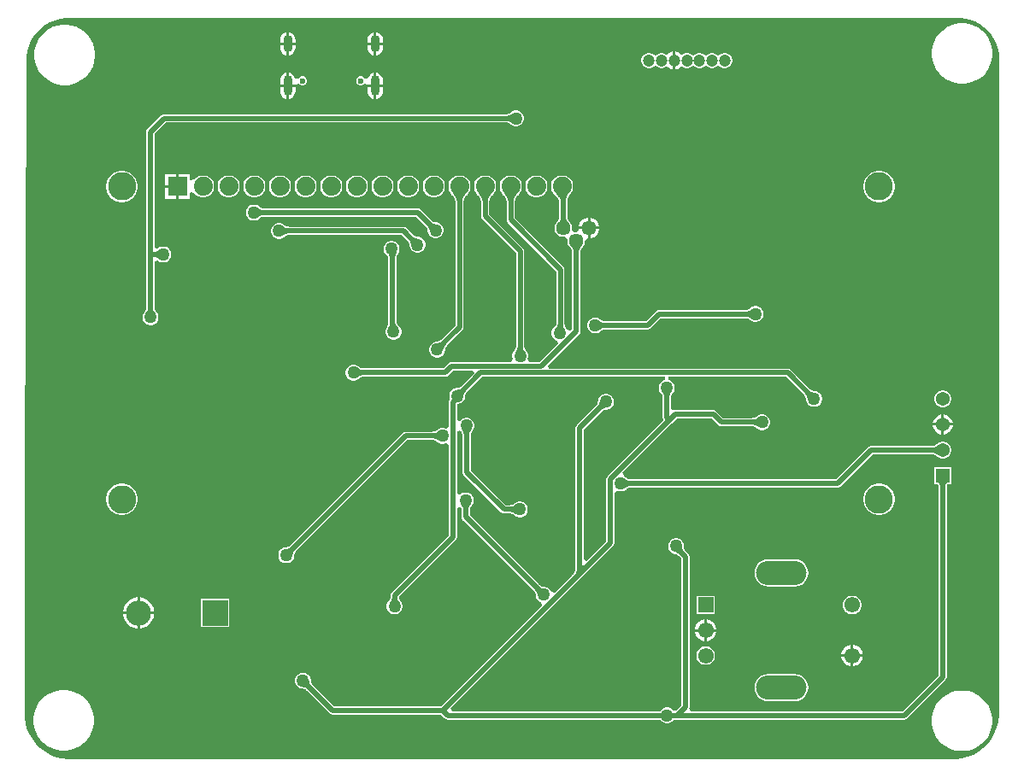
<source format=gbl>
G04*
G04 #@! TF.GenerationSoftware,Altium Limited,Altium Designer,25.7.1 (20)*
G04*
G04 Layer_Physical_Order=2*
G04 Layer_Color=16711680*
%FSLAX44Y44*%
%MOMM*%
G71*
G04*
G04 #@! TF.SameCoordinates,C553E2C7-41F9-40DB-990B-6D54EA4AAFBF*
G04*
G04*
G04 #@! TF.FilePolarity,Positive*
G04*
G01*
G75*
%ADD53C,1.5500*%
%ADD57R,1.5500X1.5500*%
%ADD60C,1.4500*%
G04:AMPARAMS|DCode=62|XSize=2.4mm|YSize=5mm|CornerRadius=1.2mm|HoleSize=0mm|Usage=FLASHONLY|Rotation=270.000|XOffset=0mm|YOffset=0mm|HoleType=Round|Shape=RoundedRectangle|*
%AMROUNDEDRECTD62*
21,1,2.4000,2.6000,0,0,270.0*
21,1,0.0000,5.0000,0,0,270.0*
1,1,2.4000,-1.3000,0.0000*
1,1,2.4000,-1.3000,0.0000*
1,1,2.4000,1.3000,0.0000*
1,1,2.4000,1.3000,0.0000*
%
%ADD62ROUNDEDRECTD62*%
%ADD63C,0.5000*%
%ADD66C,1.2000*%
%ADD67O,0.9000X2.0000*%
%ADD68O,0.9000X1.7000*%
%ADD69R,1.8796X1.8796*%
%ADD70C,2.5000*%
%ADD71C,1.3700*%
%ADD72C,1.8796*%
%ADD73C,0.6000*%
%ADD74C,2.8000*%
%ADD75R,1.3700X1.3700*%
%ADD76R,2.5000X2.5000*%
%ADD77C,1.2700*%
G36*
X42110Y964490D02*
X927450Y964490D01*
X927450Y964490D01*
X927450Y964490D01*
X930333Y964209D01*
X935311Y963108D01*
X940321Y961287D01*
X945051Y958827D01*
X949419Y955772D01*
X953352Y952172D01*
X956780Y948090D01*
X959647Y943595D01*
X961902Y938764D01*
X963508Y933681D01*
X964436Y928431D01*
X964671Y923105D01*
X964440Y920450D01*
X964440Y275850D01*
X964340D01*
X964340Y275850D01*
X964334Y272836D01*
X963535Y266860D01*
X961964Y261040D01*
X959646Y255475D01*
X956621Y250259D01*
X952942Y245484D01*
X948671Y241229D01*
X943880Y237569D01*
X938654Y234564D01*
X933079Y232268D01*
X927253Y230719D01*
X921274Y229944D01*
X918260Y229950D01*
X918260Y230160D01*
X51270D01*
X51179Y230107D01*
X48180Y229698D01*
X42127Y229670D01*
X36123Y230432D01*
X30269Y231972D01*
X24666Y234262D01*
X19410Y237264D01*
X14591Y240926D01*
X10291Y245186D01*
X6584Y249971D01*
X3534Y255198D01*
X1191Y260780D01*
X-402Y266619D01*
X-811Y269618D01*
X-1250Y492490D01*
X910Y923600D01*
X910Y923600D01*
X959Y926580D01*
X1643Y931622D01*
X3055Y936814D01*
X5133Y941777D01*
X7840Y946426D01*
X11132Y950683D01*
X14951Y954473D01*
X19232Y957732D01*
X23902Y960405D01*
X28880Y962445D01*
X34083Y963818D01*
X39420Y964500D01*
X42110Y964490D01*
D02*
G37*
%LPC*%
G36*
X347490Y950618D02*
Y940490D01*
X353785D01*
Y943220D01*
X353527Y945178D01*
X352771Y947002D01*
X351569Y948569D01*
X350002Y949771D01*
X348178Y950527D01*
X347490Y950618D01*
D02*
G37*
G36*
X260990D02*
Y940490D01*
X267285D01*
Y943220D01*
X267027Y945178D01*
X266271Y947002D01*
X265069Y948569D01*
X263502Y949771D01*
X261678Y950527D01*
X260990Y950618D01*
D02*
G37*
G36*
X344950D02*
X344262Y950527D01*
X342438Y949771D01*
X340871Y948569D01*
X339669Y947002D01*
X338913Y945178D01*
X338655Y943220D01*
Y940490D01*
X344950D01*
Y950618D01*
D02*
G37*
G36*
X258450D02*
X257762Y950527D01*
X255938Y949771D01*
X254371Y948569D01*
X253169Y947002D01*
X252413Y945178D01*
X252155Y943220D01*
Y940490D01*
X258450D01*
Y950618D01*
D02*
G37*
G36*
X641130Y931567D02*
X638926Y930977D01*
X636874Y929792D01*
X635198Y928116D01*
X635031Y928094D01*
X634517Y928607D01*
X632803Y929597D01*
X630890Y930110D01*
X628910D01*
X626997Y929597D01*
X625283Y928607D01*
X623650Y927382D01*
X622017Y928607D01*
X620303Y929597D01*
X618390Y930110D01*
X616410D01*
X614497Y929597D01*
X612783Y928607D01*
X611382Y927207D01*
X610392Y925493D01*
X609880Y923580D01*
Y921600D01*
X610392Y919687D01*
X611382Y917973D01*
X612783Y916572D01*
X614497Y915583D01*
X616410Y915070D01*
X618390D01*
X620303Y915583D01*
X622017Y916572D01*
X623650Y917798D01*
X625283Y916572D01*
X626997Y915583D01*
X628910Y915070D01*
X630890D01*
X632803Y915583D01*
X634517Y916572D01*
X635031Y917086D01*
X635198Y917064D01*
X636874Y915388D01*
X638926Y914203D01*
X641130Y913613D01*
Y922590D01*
Y931567D01*
D02*
G37*
G36*
X353785Y937950D02*
X347490D01*
Y927822D01*
X348178Y927913D01*
X350002Y928669D01*
X351569Y929871D01*
X352771Y931438D01*
X353527Y933262D01*
X353785Y935220D01*
Y937950D01*
D02*
G37*
G36*
X267285D02*
X260990D01*
Y927822D01*
X261678Y927913D01*
X263502Y928669D01*
X265069Y929871D01*
X266271Y931438D01*
X267027Y933262D01*
X267285Y935220D01*
Y937950D01*
D02*
G37*
G36*
X344950D02*
X338655D01*
Y935220D01*
X338913Y933262D01*
X339669Y931438D01*
X340871Y929871D01*
X342438Y928669D01*
X344262Y927913D01*
X344950Y927822D01*
Y937950D01*
D02*
G37*
G36*
X258450D02*
X252155D01*
Y935220D01*
X252413Y933262D01*
X253169Y931438D01*
X254371Y929871D01*
X255938Y928669D01*
X257762Y927913D01*
X258450Y927822D01*
Y937950D01*
D02*
G37*
G36*
X643670Y931567D02*
Y922590D01*
Y913613D01*
X645874Y914203D01*
X647926Y915388D01*
X649602Y917064D01*
X649769Y917086D01*
X650283Y916572D01*
X651997Y915583D01*
X653910Y915070D01*
X655890D01*
X657803Y915583D01*
X659517Y916572D01*
X661150Y917798D01*
X662783Y916572D01*
X664497Y915583D01*
X666410Y915070D01*
X668390D01*
X670303Y915583D01*
X672017Y916572D01*
X673650Y917798D01*
X675283Y916572D01*
X676997Y915583D01*
X678910Y915070D01*
X680890D01*
X682803Y915583D01*
X684517Y916572D01*
X686150Y917798D01*
X687783Y916572D01*
X689497Y915583D01*
X691410Y915070D01*
X693390D01*
X695303Y915583D01*
X697017Y916572D01*
X698418Y917973D01*
X699408Y919687D01*
X699920Y921600D01*
Y923580D01*
X699408Y925493D01*
X698418Y927207D01*
X697017Y928607D01*
X695303Y929597D01*
X693390Y930110D01*
X691410D01*
X689497Y929597D01*
X687783Y928607D01*
X686150Y927382D01*
X684517Y928607D01*
X682803Y929597D01*
X680890Y930110D01*
X678910D01*
X676997Y929597D01*
X675283Y928607D01*
X673650Y927382D01*
X672017Y928607D01*
X670303Y929597D01*
X668390Y930110D01*
X666410D01*
X664497Y929597D01*
X662783Y928607D01*
X661150Y927382D01*
X659517Y928607D01*
X657803Y929597D01*
X655890Y930110D01*
X653910D01*
X651997Y929597D01*
X650283Y928607D01*
X649769Y928094D01*
X649602Y928116D01*
X647926Y929792D01*
X645874Y930977D01*
X643670Y931567D01*
D02*
G37*
G36*
X344950Y910417D02*
X344262Y910327D01*
X342438Y909571D01*
X340871Y908369D01*
X339669Y906802D01*
X338932Y905023D01*
X338782Y904964D01*
X335843Y904640D01*
X335702Y904980D01*
X334430Y906252D01*
X332769Y906940D01*
X330971D01*
X329310Y906252D01*
X328038Y904980D01*
X327350Y903319D01*
Y901521D01*
X328038Y899860D01*
X329310Y898588D01*
X330971Y897900D01*
X332769D01*
X334430Y898588D01*
X335655Y899813D01*
X335920Y899807D01*
X338655Y899150D01*
Y898790D01*
X344950D01*
Y910417D01*
D02*
G37*
G36*
X929951Y959660D02*
X925229D01*
X920565Y958921D01*
X916074Y957462D01*
X911867Y955318D01*
X908046Y952543D01*
X904707Y949204D01*
X901932Y945383D01*
X899788Y941176D01*
X898329Y936685D01*
X897590Y932021D01*
Y927299D01*
X898329Y922635D01*
X899788Y918144D01*
X901932Y913937D01*
X904707Y910116D01*
X908046Y906777D01*
X911867Y904002D01*
X916074Y901858D01*
X920565Y900399D01*
X925229Y899660D01*
X929951D01*
X934615Y900399D01*
X939106Y901858D01*
X943313Y904002D01*
X947134Y906777D01*
X950473Y910116D01*
X953248Y913937D01*
X955392Y918144D01*
X956851Y922635D01*
X957590Y927299D01*
Y932021D01*
X956851Y936685D01*
X955392Y941176D01*
X953248Y945383D01*
X950473Y949204D01*
X947134Y952543D01*
X943313Y955318D01*
X939106Y957462D01*
X934615Y958921D01*
X929951Y959660D01*
D02*
G37*
G36*
X347490Y910417D02*
Y898790D01*
X353785D01*
Y903020D01*
X353527Y904978D01*
X352771Y906802D01*
X351569Y908369D01*
X350002Y909571D01*
X348178Y910327D01*
X347490Y910417D01*
D02*
G37*
G36*
X258450D02*
X257762Y910327D01*
X255938Y909571D01*
X254371Y908369D01*
X253169Y906802D01*
X252413Y904978D01*
X252155Y903020D01*
Y898790D01*
X258450D01*
Y910417D01*
D02*
G37*
G36*
X41071Y958270D02*
X36349D01*
X31685Y957531D01*
X27194Y956072D01*
X22987Y953928D01*
X19166Y951153D01*
X15827Y947814D01*
X13052Y943993D01*
X10908Y939786D01*
X9449Y935295D01*
X8710Y930631D01*
Y925909D01*
X9449Y921245D01*
X10908Y916754D01*
X13052Y912547D01*
X15827Y908726D01*
X19166Y905387D01*
X22987Y902612D01*
X27194Y900468D01*
X31685Y899009D01*
X36349Y898270D01*
X41071D01*
X45735Y899009D01*
X50226Y900468D01*
X54433Y902612D01*
X58254Y905387D01*
X61593Y908726D01*
X64368Y912547D01*
X66512Y916754D01*
X67971Y921245D01*
X68710Y925909D01*
Y930631D01*
X67971Y935295D01*
X66512Y939786D01*
X64368Y943993D01*
X61593Y947814D01*
X58254Y951153D01*
X54433Y953928D01*
X50226Y956072D01*
X45735Y957531D01*
X41071Y958270D01*
D02*
G37*
G36*
X260990Y910417D02*
Y898790D01*
X267285D01*
Y899150D01*
X270020Y899807D01*
X270285Y899813D01*
X271510Y898588D01*
X273171Y897900D01*
X274969D01*
X276630Y898588D01*
X277902Y899860D01*
X278590Y901521D01*
Y903319D01*
X277902Y904980D01*
X276630Y906252D01*
X274969Y906940D01*
X273171D01*
X271510Y906252D01*
X270238Y904980D01*
X270097Y904640D01*
X267158Y904964D01*
X267008Y905023D01*
X266271Y906802D01*
X265069Y908369D01*
X263502Y909571D01*
X261678Y910327D01*
X260990Y910417D01*
D02*
G37*
G36*
X353785Y896250D02*
X347490D01*
Y884622D01*
X348178Y884713D01*
X350002Y885469D01*
X351569Y886671D01*
X352771Y888238D01*
X353527Y890062D01*
X353785Y892020D01*
Y896250D01*
D02*
G37*
G36*
X267285D02*
X260990D01*
Y884622D01*
X261678Y884713D01*
X263502Y885469D01*
X265069Y886671D01*
X266271Y888238D01*
X267027Y890062D01*
X267285Y892020D01*
Y896250D01*
D02*
G37*
G36*
X344950D02*
X338655D01*
Y892020D01*
X338913Y890062D01*
X339669Y888238D01*
X340871Y886671D01*
X342438Y885469D01*
X344262Y884713D01*
X344950Y884622D01*
Y896250D01*
D02*
G37*
G36*
X258450D02*
X252155D01*
Y892020D01*
X252413Y890062D01*
X253169Y888238D01*
X254371Y886671D01*
X255938Y885469D01*
X257762Y884713D01*
X258450Y884622D01*
Y896250D01*
D02*
G37*
G36*
X486776Y873210D02*
X484704D01*
X482702Y872674D01*
X480908Y871638D01*
X480362Y871092D01*
X480080Y870985D01*
X479738Y870665D01*
X479430Y870422D01*
X479104Y870210D01*
X478758Y870024D01*
X478388Y869865D01*
X477991Y869733D01*
X477565Y869627D01*
X477107Y869550D01*
X476616Y869502D01*
X476042Y869484D01*
X475941Y869439D01*
X137350D01*
X135781Y869127D01*
X134452Y868238D01*
X120572Y854358D01*
X119683Y853028D01*
X119371Y851460D01*
Y730520D01*
Y677764D01*
X119326Y677662D01*
X119308Y677087D01*
X119262Y676593D01*
X119187Y676128D01*
X119083Y675692D01*
X118953Y675285D01*
X118797Y674902D01*
X118614Y674542D01*
X118405Y674203D01*
X118167Y673880D01*
X117855Y673524D01*
X117769Y673269D01*
X117402Y672902D01*
X116366Y671108D01*
X115830Y669106D01*
Y667034D01*
X116366Y665032D01*
X117402Y663238D01*
X118868Y661772D01*
X120662Y660736D01*
X122664Y660200D01*
X124736D01*
X126738Y660736D01*
X128532Y661772D01*
X129998Y663238D01*
X131034Y665032D01*
X131570Y667034D01*
Y669106D01*
X131034Y671108D01*
X129998Y672902D01*
X129258Y673641D01*
X129139Y673929D01*
X128810Y674256D01*
X128565Y674549D01*
X128350Y674859D01*
X128163Y675192D01*
X128002Y675549D01*
X127867Y675935D01*
X127760Y676352D01*
X127681Y676803D01*
X127633Y677289D01*
X127614Y677863D01*
X127612Y677869D01*
X127614Y677875D01*
X127569Y677973D01*
Y723154D01*
X127569Y723155D01*
X127644Y723359D01*
X127826Y723692D01*
X127970Y723878D01*
X130700Y724735D01*
X130982Y724629D01*
X131528Y724082D01*
X133322Y723046D01*
X135324Y722510D01*
X137396D01*
X139398Y723046D01*
X141192Y724082D01*
X142658Y725548D01*
X143694Y727342D01*
X144230Y729344D01*
Y731416D01*
X143694Y733418D01*
X142658Y735212D01*
X141192Y736678D01*
X139398Y737714D01*
X137396Y738250D01*
X135324D01*
X133322Y737714D01*
X131528Y736678D01*
X130982Y736132D01*
X130700Y736025D01*
X127970Y736882D01*
X127826Y737067D01*
X127644Y737401D01*
X127569Y737605D01*
X127569Y737606D01*
Y849762D01*
X139048Y861241D01*
X475941D01*
X476042Y861196D01*
X476616Y861178D01*
X477107Y861130D01*
X477565Y861053D01*
X477991Y860947D01*
X478388Y860815D01*
X478758Y860656D01*
X479104Y860471D01*
X479430Y860258D01*
X479738Y860015D01*
X480080Y859695D01*
X480362Y859588D01*
X480908Y859042D01*
X482702Y858006D01*
X484704Y857470D01*
X486776D01*
X488778Y858006D01*
X490572Y859042D01*
X492038Y860508D01*
X493074Y862302D01*
X493610Y864304D01*
Y866376D01*
X493074Y868378D01*
X492038Y870172D01*
X490572Y871638D01*
X488778Y872674D01*
X486776Y873210D01*
D02*
G37*
G36*
X149010Y810078D02*
X137882D01*
Y798950D01*
X149010D01*
Y810078D01*
D02*
G37*
G36*
X507317Y808598D02*
X504443D01*
X501666Y807854D01*
X499176Y806417D01*
X497143Y804384D01*
X495706Y801894D01*
X494962Y799117D01*
Y796243D01*
X495706Y793466D01*
X497143Y790976D01*
X499176Y788943D01*
X501666Y787506D01*
X504443Y786762D01*
X507317D01*
X510094Y787506D01*
X512584Y788943D01*
X514617Y790976D01*
X516054Y793466D01*
X516798Y796243D01*
Y799117D01*
X516054Y801894D01*
X514617Y804384D01*
X512584Y806417D01*
X510094Y807854D01*
X507317Y808598D01*
D02*
G37*
G36*
X405717D02*
X402843D01*
X400066Y807854D01*
X397576Y806417D01*
X395543Y804384D01*
X394106Y801894D01*
X393362Y799117D01*
Y796243D01*
X394106Y793466D01*
X395543Y790976D01*
X397576Y788943D01*
X400066Y787506D01*
X402843Y786762D01*
X405717D01*
X408494Y787506D01*
X410984Y788943D01*
X413017Y790976D01*
X414454Y793466D01*
X415198Y796243D01*
Y799117D01*
X414454Y801894D01*
X413017Y804384D01*
X410984Y806417D01*
X408494Y807854D01*
X405717Y808598D01*
D02*
G37*
G36*
X380317D02*
X377443D01*
X374666Y807854D01*
X372176Y806417D01*
X370143Y804384D01*
X368706Y801894D01*
X367962Y799117D01*
Y796243D01*
X368706Y793466D01*
X370143Y790976D01*
X372176Y788943D01*
X374666Y787506D01*
X377443Y786762D01*
X380317D01*
X383094Y787506D01*
X385584Y788943D01*
X387617Y790976D01*
X389054Y793466D01*
X389798Y796243D01*
Y799117D01*
X389054Y801894D01*
X387617Y804384D01*
X385584Y806417D01*
X383094Y807854D01*
X380317Y808598D01*
D02*
G37*
G36*
X354917D02*
X352043D01*
X349266Y807854D01*
X346776Y806417D01*
X344743Y804384D01*
X343306Y801894D01*
X342562Y799117D01*
Y796243D01*
X343306Y793466D01*
X344743Y790976D01*
X346776Y788943D01*
X349266Y787506D01*
X352043Y786762D01*
X354917D01*
X357694Y787506D01*
X360184Y788943D01*
X362217Y790976D01*
X363654Y793466D01*
X364398Y796243D01*
Y799117D01*
X363654Y801894D01*
X362217Y804384D01*
X360184Y806417D01*
X357694Y807854D01*
X354917Y808598D01*
D02*
G37*
G36*
X329517D02*
X326643D01*
X323866Y807854D01*
X321376Y806417D01*
X319343Y804384D01*
X317906Y801894D01*
X317162Y799117D01*
Y796243D01*
X317906Y793466D01*
X319343Y790976D01*
X321376Y788943D01*
X323866Y787506D01*
X326643Y786762D01*
X329517D01*
X332294Y787506D01*
X334784Y788943D01*
X336817Y790976D01*
X338254Y793466D01*
X338998Y796243D01*
Y799117D01*
X338254Y801894D01*
X336817Y804384D01*
X334784Y806417D01*
X332294Y807854D01*
X329517Y808598D01*
D02*
G37*
G36*
X304117D02*
X301243D01*
X298466Y807854D01*
X295976Y806417D01*
X293943Y804384D01*
X292506Y801894D01*
X291762Y799117D01*
Y796243D01*
X292506Y793466D01*
X293943Y790976D01*
X295976Y788943D01*
X298466Y787506D01*
X301243Y786762D01*
X304117D01*
X306894Y787506D01*
X309384Y788943D01*
X311417Y790976D01*
X312854Y793466D01*
X313598Y796243D01*
Y799117D01*
X312854Y801894D01*
X311417Y804384D01*
X309384Y806417D01*
X306894Y807854D01*
X304117Y808598D01*
D02*
G37*
G36*
X278717D02*
X275843D01*
X273066Y807854D01*
X270576Y806417D01*
X268543Y804384D01*
X267106Y801894D01*
X266362Y799117D01*
Y796243D01*
X267106Y793466D01*
X268543Y790976D01*
X270576Y788943D01*
X273066Y787506D01*
X275843Y786762D01*
X278717D01*
X281494Y787506D01*
X283984Y788943D01*
X286017Y790976D01*
X287454Y793466D01*
X288198Y796243D01*
Y799117D01*
X287454Y801894D01*
X286017Y804384D01*
X283984Y806417D01*
X281494Y807854D01*
X278717Y808598D01*
D02*
G37*
G36*
X253317D02*
X250443D01*
X247666Y807854D01*
X245176Y806417D01*
X243143Y804384D01*
X241706Y801894D01*
X240962Y799117D01*
Y796243D01*
X241706Y793466D01*
X243143Y790976D01*
X245176Y788943D01*
X247666Y787506D01*
X250443Y786762D01*
X253317D01*
X256094Y787506D01*
X258584Y788943D01*
X260617Y790976D01*
X262054Y793466D01*
X262798Y796243D01*
Y799117D01*
X262054Y801894D01*
X260617Y804384D01*
X258584Y806417D01*
X256094Y807854D01*
X253317Y808598D01*
D02*
G37*
G36*
X227917D02*
X225043D01*
X222266Y807854D01*
X219776Y806417D01*
X217743Y804384D01*
X216306Y801894D01*
X215562Y799117D01*
Y796243D01*
X216306Y793466D01*
X217743Y790976D01*
X219776Y788943D01*
X222266Y787506D01*
X225043Y786762D01*
X227917D01*
X230694Y787506D01*
X233184Y788943D01*
X235217Y790976D01*
X236654Y793466D01*
X237398Y796243D01*
Y799117D01*
X236654Y801894D01*
X235217Y804384D01*
X233184Y806417D01*
X230694Y807854D01*
X227917Y808598D01*
D02*
G37*
G36*
X202517D02*
X199643D01*
X196866Y807854D01*
X194376Y806417D01*
X192343Y804384D01*
X190906Y801894D01*
X190162Y799117D01*
Y796243D01*
X190906Y793466D01*
X192343Y790976D01*
X194376Y788943D01*
X196866Y787506D01*
X199643Y786762D01*
X202517D01*
X205294Y787506D01*
X207784Y788943D01*
X209817Y790976D01*
X211254Y793466D01*
X211998Y796243D01*
Y799117D01*
X211254Y801894D01*
X209817Y804384D01*
X207784Y806417D01*
X205294Y807854D01*
X202517Y808598D01*
D02*
G37*
G36*
X162678Y810078D02*
X151550D01*
Y797680D01*
Y785282D01*
X162678D01*
Y791471D01*
X163073Y791722D01*
X166943Y790976D01*
X168976Y788943D01*
X171466Y787506D01*
X174243Y786762D01*
X177117D01*
X179894Y787506D01*
X182384Y788943D01*
X184417Y790976D01*
X185854Y793466D01*
X186598Y796243D01*
Y799117D01*
X185854Y801894D01*
X184417Y804384D01*
X182384Y806417D01*
X179894Y807854D01*
X177117Y808598D01*
X174243D01*
X171466Y807854D01*
X168976Y806417D01*
X166943Y804384D01*
X163073Y803638D01*
X162678Y803889D01*
Y810078D01*
D02*
G37*
G36*
X149010Y796410D02*
X137882D01*
Y785282D01*
X149010D01*
Y796410D01*
D02*
G37*
G36*
X846809Y813200D02*
X843751D01*
X840753Y812604D01*
X837928Y811434D01*
X835387Y809735D01*
X833225Y807573D01*
X831526Y805032D01*
X830356Y802207D01*
X829760Y799209D01*
Y796151D01*
X830356Y793153D01*
X831526Y790329D01*
X833225Y787787D01*
X835387Y785625D01*
X837928Y783926D01*
X840753Y782756D01*
X843751Y782160D01*
X846809D01*
X849807Y782756D01*
X852632Y783926D01*
X855173Y785625D01*
X857335Y787787D01*
X859034Y790329D01*
X860204Y793153D01*
X860800Y796151D01*
Y799209D01*
X860204Y802207D01*
X859034Y805032D01*
X857335Y807573D01*
X855173Y809735D01*
X852632Y811434D01*
X849807Y812604D01*
X846809Y813200D01*
D02*
G37*
G36*
X96809D02*
X93751D01*
X90753Y812604D01*
X87928Y811434D01*
X85386Y809735D01*
X83225Y807573D01*
X81526Y805032D01*
X80356Y802207D01*
X79760Y799209D01*
Y796151D01*
X80356Y793153D01*
X81526Y790329D01*
X83225Y787787D01*
X85386Y785625D01*
X87928Y783926D01*
X90753Y782756D01*
X93751Y782160D01*
X96809D01*
X99807Y782756D01*
X102631Y783926D01*
X105173Y785625D01*
X107335Y787787D01*
X109034Y790329D01*
X110204Y793153D01*
X110800Y796151D01*
Y799209D01*
X110204Y802207D01*
X109034Y805032D01*
X107335Y807573D01*
X105173Y809735D01*
X102631Y811434D01*
X99807Y812604D01*
X96809Y813200D01*
D02*
G37*
G36*
X559409Y766870D02*
X559330D01*
Y757890D01*
X568310D01*
Y757969D01*
X567612Y760576D01*
X566262Y762914D01*
X564354Y764822D01*
X562016Y766171D01*
X559409Y766870D01*
D02*
G37*
G36*
X556790D02*
X556711D01*
X554104Y766171D01*
X551766Y764822D01*
X549858Y762914D01*
X548508Y760576D01*
X547810Y757969D01*
Y757890D01*
X556790D01*
Y766870D01*
D02*
G37*
G36*
X227116Y779790D02*
X225044D01*
X223042Y779254D01*
X221248Y778218D01*
X219782Y776752D01*
X218746Y774958D01*
X218210Y772956D01*
Y770884D01*
X218746Y768882D01*
X219782Y767088D01*
X221248Y765622D01*
X223042Y764586D01*
X225044Y764050D01*
X227116D01*
X229118Y764586D01*
X230912Y765622D01*
X231458Y766169D01*
X231740Y766275D01*
X232082Y766595D01*
X232390Y766838D01*
X232716Y767050D01*
X233062Y767236D01*
X233432Y767395D01*
X233829Y767527D01*
X234256Y767633D01*
X234713Y767710D01*
X235204Y767758D01*
X235778Y767775D01*
X235879Y767821D01*
X386672D01*
X396183Y758311D01*
X396222Y758207D01*
X396615Y757788D01*
X396929Y757408D01*
X397198Y757030D01*
X397425Y756654D01*
X397611Y756279D01*
X397761Y755905D01*
X397875Y755529D01*
X397954Y755148D01*
X398001Y754759D01*
X398016Y754290D01*
X398140Y754016D01*
Y753244D01*
X398676Y751242D01*
X399712Y749448D01*
X401178Y747982D01*
X402972Y746946D01*
X404974Y746410D01*
X407046D01*
X409048Y746946D01*
X410842Y747982D01*
X412308Y749448D01*
X413344Y751242D01*
X413880Y753244D01*
Y755316D01*
X413344Y757318D01*
X412308Y759112D01*
X410842Y760578D01*
X409048Y761614D01*
X407046Y762150D01*
X406274D01*
X406000Y762274D01*
X405531Y762289D01*
X405142Y762336D01*
X404761Y762415D01*
X404385Y762529D01*
X404011Y762679D01*
X403636Y762866D01*
X403260Y763092D01*
X402882Y763361D01*
X402502Y763675D01*
X402083Y764068D01*
X401979Y764108D01*
X391268Y774818D01*
X389939Y775707D01*
X388370Y776019D01*
X235879D01*
X235778Y776065D01*
X235204Y776082D01*
X234713Y776130D01*
X234255Y776207D01*
X233829Y776312D01*
X233432Y776445D01*
X233062Y776604D01*
X232716Y776789D01*
X232390Y777002D01*
X232082Y777245D01*
X231740Y777565D01*
X231458Y777672D01*
X230912Y778218D01*
X229118Y779254D01*
X227116Y779790D01*
D02*
G37*
G36*
X568310Y755350D02*
X559330D01*
Y746370D01*
X559409D01*
X562016Y747068D01*
X564354Y748418D01*
X566262Y750326D01*
X567612Y752663D01*
X568310Y755270D01*
Y755350D01*
D02*
G37*
G36*
X251956Y761560D02*
X249884D01*
X247882Y761024D01*
X246088Y759988D01*
X244622Y758522D01*
X243586Y756728D01*
X243050Y754726D01*
Y752654D01*
X243586Y750652D01*
X244622Y748858D01*
X246088Y747392D01*
X247882Y746356D01*
X249884Y745820D01*
X251956D01*
X253958Y746356D01*
X255752Y747392D01*
X256298Y747939D01*
X256580Y748045D01*
X256922Y748365D01*
X257230Y748608D01*
X257556Y748820D01*
X257902Y749006D01*
X258272Y749165D01*
X258669Y749297D01*
X259095Y749403D01*
X259554Y749480D01*
X260044Y749528D01*
X260618Y749546D01*
X260719Y749591D01*
X372612D01*
X378242Y743961D01*
X378282Y743857D01*
X378675Y743438D01*
X378988Y743058D01*
X379258Y742680D01*
X379484Y742303D01*
X379671Y741929D01*
X379821Y741555D01*
X379935Y741179D01*
X380014Y740798D01*
X380061Y740409D01*
X380076Y739940D01*
X380200Y739666D01*
Y738894D01*
X380736Y736892D01*
X381772Y735098D01*
X383238Y733632D01*
X385032Y732596D01*
X387034Y732060D01*
X389106D01*
X391108Y732596D01*
X392902Y733632D01*
X394368Y735098D01*
X395404Y736892D01*
X395940Y738894D01*
Y740966D01*
X395404Y742968D01*
X394368Y744762D01*
X392902Y746228D01*
X391108Y747264D01*
X389106Y747800D01*
X388334D01*
X388060Y747924D01*
X387591Y747939D01*
X387202Y747986D01*
X386821Y748065D01*
X386445Y748179D01*
X386071Y748329D01*
X385696Y748516D01*
X385320Y748742D01*
X384942Y749011D01*
X384562Y749325D01*
X384143Y749718D01*
X384039Y749758D01*
X377208Y756588D01*
X375878Y757477D01*
X374310Y757789D01*
X260719D01*
X260618Y757834D01*
X260044Y757852D01*
X259554Y757900D01*
X259095Y757977D01*
X258669Y758083D01*
X258272Y758215D01*
X257902Y758374D01*
X257556Y758559D01*
X257230Y758772D01*
X256922Y759015D01*
X256580Y759335D01*
X256298Y759442D01*
X255752Y759988D01*
X253958Y761024D01*
X251956Y761560D01*
D02*
G37*
G36*
X724006Y679090D02*
X721934D01*
X719932Y678554D01*
X718138Y677518D01*
X717592Y676972D01*
X717310Y676865D01*
X716968Y676544D01*
X716660Y676302D01*
X716334Y676089D01*
X715988Y675904D01*
X715618Y675745D01*
X715221Y675612D01*
X714794Y675507D01*
X714336Y675430D01*
X713846Y675382D01*
X713272Y675365D01*
X713171Y675319D01*
X627420D01*
X625852Y675007D01*
X624522Y674118D01*
X614572Y664169D01*
X573999D01*
X573898Y664214D01*
X573324Y664232D01*
X572834Y664280D01*
X572375Y664357D01*
X571949Y664463D01*
X571552Y664595D01*
X571182Y664754D01*
X570836Y664939D01*
X570510Y665152D01*
X570202Y665395D01*
X569860Y665715D01*
X569578Y665822D01*
X569032Y666368D01*
X567238Y667404D01*
X565236Y667940D01*
X563164D01*
X561162Y667404D01*
X559368Y666368D01*
X557902Y664902D01*
X556866Y663108D01*
X556330Y661106D01*
Y659034D01*
X556866Y657032D01*
X557902Y655238D01*
X559368Y653772D01*
X561162Y652736D01*
X563164Y652200D01*
X565236D01*
X567238Y652736D01*
X569032Y653772D01*
X569578Y654318D01*
X569860Y654425D01*
X570202Y654745D01*
X570510Y654988D01*
X570836Y655201D01*
X571182Y655386D01*
X571552Y655545D01*
X571949Y655677D01*
X572375Y655783D01*
X572834Y655860D01*
X573324Y655908D01*
X573898Y655926D01*
X573999Y655971D01*
X616270D01*
X617839Y656283D01*
X619168Y657172D01*
X629118Y667121D01*
X713171D01*
X713272Y667076D01*
X713846Y667058D01*
X714336Y667010D01*
X714795Y666933D01*
X715221Y666827D01*
X715618Y666695D01*
X715988Y666536D01*
X716334Y666350D01*
X716660Y666138D01*
X716968Y665895D01*
X717310Y665575D01*
X717592Y665469D01*
X718138Y664922D01*
X719932Y663886D01*
X721934Y663350D01*
X724006D01*
X726008Y663886D01*
X727802Y664922D01*
X729268Y666388D01*
X730304Y668182D01*
X730840Y670184D01*
Y672256D01*
X730304Y674258D01*
X729268Y676052D01*
X727802Y677518D01*
X726008Y678554D01*
X724006Y679090D01*
D02*
G37*
G36*
X532717Y808598D02*
X529843D01*
X527066Y807854D01*
X524576Y806417D01*
X522543Y804384D01*
X521106Y801894D01*
X520362Y799117D01*
Y796243D01*
X521106Y793466D01*
X522543Y790976D01*
X524576Y788943D01*
X524580Y788941D01*
X524617Y788874D01*
X525405Y788244D01*
X526062Y787642D01*
X526629Y787037D01*
X527110Y786432D01*
X527506Y785827D01*
X527823Y785222D01*
X528065Y784614D01*
X528236Y784000D01*
X528338Y783373D01*
X528377Y782641D01*
X528409Y782574D01*
X528390Y782503D01*
X528421Y782450D01*
Y767882D01*
X528376Y767783D01*
X528353Y767167D01*
X528292Y766632D01*
X528190Y766117D01*
X528050Y765618D01*
X527869Y765134D01*
X527646Y764660D01*
X527382Y764197D01*
X527072Y763741D01*
X526716Y763292D01*
X526273Y762811D01*
X526173Y762536D01*
X525642Y762005D01*
X524488Y760005D01*
X523890Y757774D01*
Y755465D01*
X524488Y753235D01*
X525642Y751235D01*
X527275Y749602D01*
X529275Y748447D01*
X531505Y747850D01*
X533815D01*
X534260Y747969D01*
X536709Y745520D01*
X536590Y745074D01*
Y742765D01*
X537188Y740535D01*
X538342Y738535D01*
X538983Y737894D01*
X539093Y737608D01*
X539541Y737137D01*
X539901Y736700D01*
X540213Y736254D01*
X540480Y735800D01*
X540704Y735335D01*
X540886Y734857D01*
X541028Y734363D01*
X541130Y733852D01*
X541193Y733319D01*
X541216Y732702D01*
X541261Y732604D01*
Y656569D01*
X539185Y654831D01*
X536221Y655568D01*
X535278Y657202D01*
X535228Y657252D01*
X535186Y657409D01*
X534895Y657790D01*
X534669Y658137D01*
X534469Y658502D01*
X534295Y658885D01*
X534146Y659290D01*
X534023Y659717D01*
X533925Y660169D01*
X533854Y660647D01*
X533811Y661151D01*
X533795Y661728D01*
X533749Y661830D01*
Y715470D01*
X533437Y717039D01*
X532548Y718368D01*
X484579Y766338D01*
Y782804D01*
X484623Y782898D01*
X484660Y783613D01*
X484757Y784249D01*
X484922Y784894D01*
X485158Y785553D01*
X485467Y786225D01*
X485853Y786913D01*
X486319Y787615D01*
X486866Y788330D01*
X487497Y789057D01*
X488240Y789823D01*
X488355Y790115D01*
X489217Y790976D01*
X490654Y793466D01*
X491398Y796243D01*
Y799117D01*
X490654Y801894D01*
X489217Y804384D01*
X487184Y806417D01*
X484694Y807854D01*
X481917Y808598D01*
X479043D01*
X476266Y807854D01*
X473776Y806417D01*
X471743Y804384D01*
X470306Y801894D01*
X469562Y799117D01*
Y796243D01*
X470306Y793466D01*
X471743Y790976D01*
X472604Y790115D01*
X472720Y789823D01*
X473463Y789057D01*
X474094Y788330D01*
X474641Y787615D01*
X475107Y786913D01*
X475493Y786225D01*
X475802Y785553D01*
X476038Y784894D01*
X476203Y784249D01*
X476300Y783613D01*
X476337Y782898D01*
X476381Y782804D01*
Y764640D01*
X476693Y763072D01*
X477582Y761742D01*
X525551Y713772D01*
Y662514D01*
X525516Y662450D01*
X525535Y662381D01*
X525506Y662316D01*
X525486Y661742D01*
X525436Y661264D01*
X525355Y660826D01*
X525245Y660427D01*
X525109Y660064D01*
X524947Y659733D01*
X524759Y659428D01*
X524544Y659147D01*
X524297Y658885D01*
X523957Y658588D01*
X523847Y658366D01*
X522682Y657202D01*
X521646Y655408D01*
X521110Y653406D01*
Y651334D01*
X521646Y649332D01*
X522682Y647538D01*
X524148Y646072D01*
X525942Y645036D01*
X526203Y644967D01*
X527099Y641620D01*
X509158Y623679D01*
X498731D01*
X496999Y626679D01*
X497134Y626912D01*
X497670Y628914D01*
Y630986D01*
X497134Y632988D01*
X496098Y634782D01*
X495551Y635328D01*
X495445Y635610D01*
X495125Y635952D01*
X494882Y636260D01*
X494669Y636586D01*
X494484Y636932D01*
X494325Y637302D01*
X494193Y637699D01*
X494087Y638125D01*
X494010Y638583D01*
X493962Y639074D01*
X493945Y639648D01*
X493899Y639749D01*
Y733380D01*
X493587Y734949D01*
X492698Y736278D01*
X459179Y769798D01*
Y782804D01*
X459223Y782898D01*
X459260Y783613D01*
X459357Y784249D01*
X459522Y784894D01*
X459757Y785553D01*
X460067Y786225D01*
X460453Y786913D01*
X460919Y787615D01*
X461466Y788330D01*
X462097Y789057D01*
X462840Y789823D01*
X462956Y790115D01*
X463817Y790976D01*
X465254Y793466D01*
X465998Y796243D01*
Y799117D01*
X465254Y801894D01*
X463817Y804384D01*
X461784Y806417D01*
X459294Y807854D01*
X456517Y808598D01*
X453643D01*
X450866Y807854D01*
X448376Y806417D01*
X446343Y804384D01*
X444906Y801894D01*
X444162Y799117D01*
Y796243D01*
X444906Y793466D01*
X446343Y790976D01*
X447205Y790115D01*
X447320Y789823D01*
X448063Y789057D01*
X448694Y788330D01*
X449241Y787615D01*
X449707Y786913D01*
X450093Y786225D01*
X450402Y785553D01*
X450638Y784894D01*
X450803Y784249D01*
X450900Y783613D01*
X450937Y782898D01*
X450981Y782804D01*
Y768100D01*
X451293Y766532D01*
X452182Y765202D01*
X485701Y731682D01*
Y639749D01*
X485656Y639648D01*
X485638Y639074D01*
X485590Y638583D01*
X485513Y638125D01*
X485407Y637699D01*
X485275Y637302D01*
X485116Y636932D01*
X484931Y636586D01*
X484718Y636260D01*
X484475Y635952D01*
X484155Y635610D01*
X484049Y635328D01*
X483502Y634782D01*
X482466Y632988D01*
X481930Y630986D01*
Y628914D01*
X482466Y626912D01*
X482601Y626679D01*
X480869Y623679D01*
X422044D01*
X420476Y623367D01*
X419146Y622478D01*
X414017Y617349D01*
X334619D01*
X334518Y617394D01*
X333944Y617412D01*
X333453Y617460D01*
X332995Y617537D01*
X332569Y617643D01*
X332172Y617775D01*
X331802Y617934D01*
X331456Y618120D01*
X331130Y618332D01*
X330822Y618575D01*
X330480Y618895D01*
X330198Y619002D01*
X329652Y619548D01*
X327858Y620584D01*
X325856Y621120D01*
X323784D01*
X321782Y620584D01*
X319988Y619548D01*
X318522Y618082D01*
X317486Y616288D01*
X316950Y614286D01*
Y612214D01*
X317486Y610212D01*
X318522Y608418D01*
X319988Y606952D01*
X321782Y605916D01*
X323784Y605380D01*
X325856D01*
X327858Y605916D01*
X329652Y606952D01*
X330198Y607499D01*
X330480Y607605D01*
X330822Y607925D01*
X331130Y608168D01*
X331456Y608381D01*
X331802Y608566D01*
X332172Y608725D01*
X332569Y608857D01*
X332995Y608963D01*
X333453Y609040D01*
X333944Y609088D01*
X334518Y609105D01*
X334619Y609151D01*
X415714D01*
X417283Y609463D01*
X418613Y610352D01*
X423742Y615481D01*
X443205D01*
X444353Y612710D01*
X431501Y599857D01*
X431397Y599818D01*
X430978Y599425D01*
X430598Y599112D01*
X430220Y598842D01*
X429843Y598615D01*
X429469Y598429D01*
X429095Y598279D01*
X428719Y598165D01*
X428338Y598086D01*
X427949Y598039D01*
X427480Y598024D01*
X427206Y597900D01*
X426434D01*
X424432Y597364D01*
X422638Y596328D01*
X421172Y594862D01*
X420136Y593068D01*
X419600Y591066D01*
Y588994D01*
X420136Y586992D01*
X420350Y586623D01*
X420342Y586615D01*
X419453Y585285D01*
X419141Y583716D01*
Y559431D01*
X416141Y557699D01*
X415908Y557834D01*
X413906Y558370D01*
X411834D01*
X409832Y557834D01*
X408038Y556798D01*
X407492Y556251D01*
X407210Y556145D01*
X406868Y555825D01*
X406560Y555582D01*
X406234Y555369D01*
X405888Y555184D01*
X405518Y555025D01*
X405121Y554893D01*
X404695Y554787D01*
X404236Y554710D01*
X403746Y554662D01*
X403172Y554645D01*
X403071Y554599D01*
X376440D01*
X374871Y554287D01*
X373542Y553398D01*
X262161Y442018D01*
X262057Y441978D01*
X261638Y441585D01*
X261258Y441271D01*
X260880Y441002D01*
X260504Y440775D01*
X260129Y440589D01*
X259755Y440439D01*
X259379Y440325D01*
X258998Y440246D01*
X258609Y440199D01*
X258140Y440184D01*
X257866Y440060D01*
X257094D01*
X255092Y439524D01*
X253298Y438488D01*
X251832Y437022D01*
X250796Y435228D01*
X250260Y433226D01*
Y431154D01*
X250796Y429152D01*
X251832Y427358D01*
X253298Y425892D01*
X255092Y424856D01*
X257094Y424320D01*
X259166D01*
X261168Y424856D01*
X262962Y425892D01*
X264428Y427358D01*
X265464Y429152D01*
X266000Y431154D01*
Y431926D01*
X266124Y432200D01*
X266139Y432669D01*
X266186Y433058D01*
X266265Y433439D01*
X266379Y433815D01*
X266529Y434189D01*
X266716Y434564D01*
X266942Y434940D01*
X267211Y435318D01*
X267525Y435698D01*
X267918Y436117D01*
X267957Y436221D01*
X378138Y546401D01*
X403071D01*
X403172Y546356D01*
X403746Y546338D01*
X404236Y546290D01*
X404695Y546213D01*
X405121Y546107D01*
X405518Y545975D01*
X405888Y545816D01*
X406234Y545630D01*
X406560Y545418D01*
X406868Y545175D01*
X407210Y544855D01*
X407492Y544748D01*
X408038Y544202D01*
X409832Y543166D01*
X411834Y542630D01*
X413906D01*
X415908Y543166D01*
X416141Y543301D01*
X419141Y541569D01*
Y451888D01*
X362612Y395358D01*
X361723Y394029D01*
X361411Y392460D01*
Y391319D01*
X361366Y391218D01*
X361348Y390644D01*
X361300Y390154D01*
X361223Y389695D01*
X361117Y389269D01*
X360985Y388872D01*
X360826Y388502D01*
X360640Y388156D01*
X360428Y387830D01*
X360185Y387522D01*
X359865Y387180D01*
X359758Y386898D01*
X359212Y386352D01*
X358176Y384558D01*
X357640Y382556D01*
Y380484D01*
X358176Y378482D01*
X359212Y376688D01*
X360678Y375222D01*
X362472Y374186D01*
X364474Y373650D01*
X366546D01*
X368548Y374186D01*
X370342Y375222D01*
X371808Y376688D01*
X372844Y378482D01*
X373380Y380484D01*
Y382556D01*
X372844Y384558D01*
X371808Y386352D01*
X371261Y386898D01*
X371155Y387180D01*
X370835Y387522D01*
X370592Y387830D01*
X370379Y388156D01*
X370194Y388502D01*
X370035Y388872D01*
X369902Y389269D01*
X369797Y389696D01*
X369720Y390154D01*
X369672Y390644D01*
X369667Y390820D01*
X426138Y447292D01*
X427027Y448621D01*
X427339Y450190D01*
Y478450D01*
X429229Y479757D01*
X430507Y479274D01*
X431585Y478731D01*
X431653Y478455D01*
X431730Y477996D01*
X431778Y477506D01*
X431796Y476932D01*
X431841Y476831D01*
Y470220D01*
X432153Y468652D01*
X433042Y467322D01*
X503363Y397001D01*
X503402Y396897D01*
X503795Y396478D01*
X504109Y396098D01*
X504378Y395720D01*
X504604Y395344D01*
X504791Y394969D01*
X504941Y394595D01*
X505055Y394219D01*
X505134Y393838D01*
X505181Y393449D01*
X505196Y392980D01*
X505320Y392706D01*
Y391934D01*
X505856Y389932D01*
X506892Y388138D01*
X508358Y386672D01*
X510152Y385636D01*
X510413Y385566D01*
X511309Y382220D01*
X411428Y282339D01*
X305858D01*
X284408Y303789D01*
X284368Y303893D01*
X283975Y304312D01*
X283661Y304692D01*
X283392Y305070D01*
X283165Y305446D01*
X282979Y305821D01*
X282829Y306195D01*
X282715Y306571D01*
X282636Y306952D01*
X282589Y307341D01*
X282574Y307810D01*
X282450Y308084D01*
Y308856D01*
X281914Y310858D01*
X280878Y312652D01*
X279412Y314118D01*
X277618Y315154D01*
X275616Y315690D01*
X273544D01*
X271542Y315154D01*
X269748Y314118D01*
X268282Y312652D01*
X267246Y310858D01*
X266710Y308856D01*
Y306784D01*
X267246Y304782D01*
X268282Y302988D01*
X269748Y301522D01*
X271542Y300486D01*
X273544Y299950D01*
X274316D01*
X274590Y299826D01*
X275059Y299811D01*
X275448Y299764D01*
X275829Y299685D01*
X276205Y299571D01*
X276579Y299421D01*
X276954Y299234D01*
X277330Y299008D01*
X277708Y298739D01*
X278088Y298425D01*
X278507Y298032D01*
X278611Y297992D01*
X301262Y275342D01*
X302591Y274453D01*
X304160Y274141D01*
X411428D01*
X415147Y270422D01*
X416477Y269533D01*
X418045Y269221D01*
X628529D01*
X628952Y268488D01*
X630418Y267022D01*
X632212Y265986D01*
X634214Y265450D01*
X636286D01*
X638288Y265986D01*
X640082Y267022D01*
X641548Y268488D01*
X641971Y269221D01*
X870170D01*
X871739Y269533D01*
X873068Y270422D01*
X911258Y308612D01*
X912147Y309941D01*
X912459Y311510D01*
Y499054D01*
X912505Y499157D01*
X912528Y500057D01*
X912593Y500793D01*
X912695Y501400D01*
X912822Y501873D01*
X912958Y502205D01*
X913078Y502402D01*
X913159Y502489D01*
X913202Y502517D01*
X913250Y502535D01*
X913532Y502564D01*
X913690Y502650D01*
X916730D01*
Y519390D01*
X899990D01*
Y502650D01*
X903030D01*
X903188Y502564D01*
X903470Y502535D01*
X903519Y502518D01*
X903561Y502489D01*
X903642Y502402D01*
X903762Y502205D01*
X903898Y501873D01*
X904025Y501400D01*
X904127Y500793D01*
X904192Y500057D01*
X904215Y499157D01*
X904261Y499054D01*
Y313208D01*
X868472Y277419D01*
X659102D01*
X657531Y279690D01*
X657336Y280419D01*
X657579Y281640D01*
Y430723D01*
X657267Y432292D01*
X656378Y433621D01*
X653843Y436157D01*
X653831Y436205D01*
X653739Y436262D01*
X653700Y436364D01*
X653309Y436783D01*
X653010Y437155D01*
X652764Y437517D01*
X652567Y437869D01*
X652416Y438213D01*
X652307Y438550D01*
X652236Y438884D01*
X652201Y439222D01*
X652202Y439568D01*
X652249Y440009D01*
X652210Y440140D01*
Y442206D01*
X651674Y444208D01*
X650638Y446002D01*
X649172Y447468D01*
X647378Y448504D01*
X645376Y449040D01*
X643304D01*
X641302Y448504D01*
X639508Y447468D01*
X638042Y446002D01*
X637006Y444208D01*
X636470Y442206D01*
Y440134D01*
X637006Y438132D01*
X638042Y436338D01*
X639508Y434872D01*
X641302Y433836D01*
X643004Y433380D01*
X643198Y433258D01*
X643671Y433176D01*
X644079Y433074D01*
X644482Y432943D01*
X644880Y432782D01*
X645275Y432589D01*
X645669Y432364D01*
X646061Y432104D01*
X646452Y431809D01*
X646842Y431478D01*
X647262Y431080D01*
X647367Y431039D01*
X649381Y429025D01*
Y283338D01*
X644615Y278571D01*
X641548Y278152D01*
X640082Y279618D01*
X638288Y280654D01*
X636286Y281190D01*
X634214D01*
X632212Y280654D01*
X630418Y279618D01*
X628952Y278152D01*
X628529Y277419D01*
X422343D01*
X421101Y280419D01*
X551647Y410965D01*
X551765Y411027D01*
X551790Y411108D01*
X582018Y441336D01*
X582907Y442666D01*
X583219Y444235D01*
Y494369D01*
X586219Y496101D01*
X586452Y495966D01*
X588454Y495430D01*
X590526D01*
X592528Y495966D01*
X594322Y497002D01*
X594868Y497548D01*
X595150Y497655D01*
X595492Y497976D01*
X595800Y498218D01*
X596126Y498430D01*
X596472Y498616D01*
X596842Y498775D01*
X597239Y498908D01*
X597665Y499013D01*
X598124Y499090D01*
X598614Y499138D01*
X599188Y499156D01*
X599289Y499201D01*
X803930D01*
X805499Y499513D01*
X806828Y500402D01*
X838748Y532321D01*
X897715D01*
X897815Y532276D01*
X898414Y532255D01*
X898927Y532199D01*
X899415Y532108D01*
X899878Y531983D01*
X900319Y531823D01*
X900742Y531628D01*
X901149Y531398D01*
X901542Y531129D01*
X901923Y530822D01*
X902337Y530430D01*
X902622Y530321D01*
X903221Y529722D01*
X905129Y528620D01*
X907258Y528050D01*
X909462D01*
X911591Y528620D01*
X913499Y529722D01*
X915058Y531281D01*
X916160Y533189D01*
X916730Y535318D01*
Y537522D01*
X916160Y539651D01*
X915058Y541559D01*
X913499Y543118D01*
X911591Y544220D01*
X909462Y544790D01*
X907258D01*
X905129Y544220D01*
X903221Y543118D01*
X902622Y542519D01*
X902337Y542410D01*
X901923Y542018D01*
X901542Y541710D01*
X901149Y541442D01*
X900742Y541212D01*
X900320Y541017D01*
X899878Y540857D01*
X899415Y540732D01*
X898927Y540641D01*
X898414Y540585D01*
X897815Y540564D01*
X897715Y540519D01*
X837050D01*
X835481Y540207D01*
X834152Y539318D01*
X802232Y507399D01*
X599289D01*
X599188Y507444D01*
X598614Y507462D01*
X598124Y507510D01*
X597665Y507587D01*
X597239Y507693D01*
X596842Y507825D01*
X596472Y507984D01*
X596126Y508170D01*
X595800Y508382D01*
X595492Y508625D01*
X595150Y508945D01*
X594868Y509052D01*
X594322Y509598D01*
X592528Y510634D01*
X592267Y510704D01*
X591371Y514050D01*
X640276Y562954D01*
X645112Y567791D01*
X679771D01*
X686440Y561122D01*
X687770Y560233D01*
X689339Y559921D01*
X719677D01*
X719778Y559875D01*
X720352Y559858D01*
X720843Y559810D01*
X721301Y559733D01*
X721727Y559627D01*
X722124Y559495D01*
X722494Y559336D01*
X722840Y559151D01*
X723166Y558937D01*
X723474Y558695D01*
X723816Y558374D01*
X724098Y558269D01*
X724644Y557722D01*
X726438Y556686D01*
X728440Y556150D01*
X730512D01*
X732514Y556686D01*
X734308Y557722D01*
X735774Y559188D01*
X736810Y560982D01*
X737346Y562984D01*
Y565056D01*
X736810Y567058D01*
X735774Y568852D01*
X734308Y570318D01*
X732514Y571354D01*
X730512Y571890D01*
X728440D01*
X726438Y571354D01*
X724644Y570318D01*
X724098Y569771D01*
X723816Y569665D01*
X723474Y569344D01*
X723166Y569102D01*
X722840Y568890D01*
X722494Y568704D01*
X722124Y568545D01*
X721727Y568413D01*
X721301Y568307D01*
X720843Y568230D01*
X720352Y568182D01*
X719778Y568164D01*
X719677Y568119D01*
X691036D01*
X684367Y574788D01*
X683037Y575677D01*
X681469Y575989D01*
X643415D01*
X642129Y575733D01*
X641640Y575813D01*
X639129Y577469D01*
Y588301D01*
X639174Y588402D01*
X639192Y588976D01*
X639240Y589467D01*
X639317Y589925D01*
X639422Y590351D01*
X639555Y590748D01*
X639714Y591118D01*
X639899Y591464D01*
X640112Y591790D01*
X640355Y592098D01*
X640675Y592440D01*
X640781Y592722D01*
X641328Y593268D01*
X642364Y595062D01*
X642900Y597064D01*
Y599136D01*
X642364Y601138D01*
X641328Y602932D01*
X639862Y604398D01*
X638068Y605434D01*
X637053Y605706D01*
X636886Y606296D01*
X636842Y608868D01*
X636973Y608961D01*
X753192D01*
X770983Y591171D01*
X771022Y591067D01*
X771415Y590648D01*
X771729Y590268D01*
X771998Y589890D01*
X772225Y589514D01*
X772411Y589139D01*
X772561Y588765D01*
X772675Y588389D01*
X772754Y588008D01*
X772801Y587619D01*
X772816Y587150D01*
X772940Y586876D01*
Y586104D01*
X773476Y584102D01*
X774512Y582308D01*
X775978Y580842D01*
X777772Y579806D01*
X779774Y579270D01*
X781846D01*
X783848Y579806D01*
X785642Y580842D01*
X787108Y582308D01*
X788144Y584102D01*
X788680Y586104D01*
Y588176D01*
X788144Y590178D01*
X787108Y591972D01*
X785642Y593438D01*
X783848Y594474D01*
X781846Y595010D01*
X781074D01*
X780800Y595134D01*
X780331Y595149D01*
X779942Y595196D01*
X779561Y595275D01*
X779185Y595389D01*
X778811Y595539D01*
X778436Y595726D01*
X778060Y595952D01*
X777682Y596221D01*
X777302Y596535D01*
X776883Y596928D01*
X776779Y596968D01*
X757788Y615958D01*
X756459Y616847D01*
X754890Y617159D01*
X518150D01*
X517002Y619930D01*
X548258Y651186D01*
X549147Y652516D01*
X549459Y654085D01*
Y732604D01*
X549504Y732702D01*
X549527Y733319D01*
X549590Y733852D01*
X549692Y734363D01*
X549834Y734857D01*
X550016Y735334D01*
X550240Y735800D01*
X550507Y736254D01*
X550819Y736700D01*
X551179Y737137D01*
X551627Y737608D01*
X551737Y737894D01*
X552378Y738535D01*
X553532Y740535D01*
X554130Y742765D01*
Y743956D01*
X556375Y746201D01*
X556622Y746326D01*
X556790Y746353D01*
Y755350D01*
X547794D01*
X547766Y755182D01*
X547642Y754935D01*
X545396Y752690D01*
X544205D01*
X543760Y752571D01*
X541311Y755020D01*
X541430Y755465D01*
Y757774D01*
X540832Y760005D01*
X539678Y762005D01*
X538923Y762759D01*
X538805Y763050D01*
X538351Y763510D01*
X537989Y763936D01*
X537674Y764372D01*
X537406Y764817D01*
X537180Y765274D01*
X536997Y765744D01*
X536853Y766232D01*
X536750Y766740D01*
X536688Y767270D01*
X536664Y767888D01*
X536619Y767986D01*
Y783246D01*
X536663Y783341D01*
X536696Y784031D01*
X536786Y784670D01*
X536940Y785341D01*
X537159Y786043D01*
X537448Y786777D01*
X537808Y787541D01*
X538231Y788317D01*
X539339Y790023D01*
X540003Y790909D01*
X540024Y790988D01*
X541454Y793466D01*
X542198Y796243D01*
Y799117D01*
X541454Y801894D01*
X540017Y804384D01*
X537984Y806417D01*
X535494Y807854D01*
X532717Y808598D01*
D02*
G37*
G36*
X363476Y743680D02*
X361404D01*
X359402Y743144D01*
X357608Y742108D01*
X356142Y740642D01*
X355106Y738848D01*
X354570Y736846D01*
Y734774D01*
X355106Y732772D01*
X356142Y730978D01*
X357573Y729547D01*
X357645Y729415D01*
X357989Y729135D01*
X358234Y728889D01*
X358449Y728624D01*
X358635Y728335D01*
X358797Y728018D01*
X358933Y727667D01*
X359043Y727278D01*
X359125Y726847D01*
X359176Y726373D01*
X359196Y725799D01*
X359239Y725703D01*
X359215Y725601D01*
X359241Y725557D01*
Y663139D01*
X359195Y663036D01*
X359180Y662459D01*
X359138Y661949D01*
X359070Y661465D01*
X358976Y661005D01*
X358857Y660567D01*
X358713Y660153D01*
X358544Y659758D01*
X358352Y659382D01*
X358134Y659023D01*
X357856Y658632D01*
X357807Y658417D01*
X356906Y656858D01*
X356370Y654856D01*
Y652784D01*
X356906Y650782D01*
X357942Y648988D01*
X359408Y647522D01*
X361202Y646486D01*
X363204Y645950D01*
X365276D01*
X367278Y646486D01*
X369072Y647522D01*
X370538Y648988D01*
X371574Y650782D01*
X372110Y652784D01*
Y654856D01*
X371574Y656858D01*
X370538Y658652D01*
X369107Y660083D01*
X369035Y660216D01*
X368691Y660496D01*
X368445Y660741D01*
X368231Y661006D01*
X368045Y661295D01*
X367883Y661612D01*
X367747Y661963D01*
X367637Y662352D01*
X367555Y662783D01*
X367504Y663257D01*
X367484Y663831D01*
X367441Y663927D01*
X367466Y664029D01*
X367439Y664073D01*
Y726490D01*
X367485Y726593D01*
X367500Y727171D01*
X367542Y727681D01*
X367610Y728165D01*
X367704Y728625D01*
X367823Y729063D01*
X367967Y729477D01*
X368135Y729872D01*
X368328Y730248D01*
X368546Y730607D01*
X368824Y730998D01*
X368873Y731213D01*
X369774Y732772D01*
X370310Y734774D01*
Y736846D01*
X369774Y738848D01*
X368738Y740642D01*
X367272Y742108D01*
X365478Y743144D01*
X363476Y743680D01*
D02*
G37*
G36*
X431117Y808598D02*
X428243D01*
X425466Y807854D01*
X422976Y806417D01*
X420943Y804384D01*
X419506Y801894D01*
X418762Y799117D01*
Y796243D01*
X419506Y793466D01*
X420943Y790976D01*
X421805Y790115D01*
X421920Y789823D01*
X422663Y789057D01*
X423294Y788330D01*
X423841Y787615D01*
X424307Y786913D01*
X424693Y786225D01*
X425002Y785553D01*
X425238Y784894D01*
X425403Y784249D01*
X425500Y783613D01*
X425537Y782898D01*
X425581Y782804D01*
Y659868D01*
X411681Y645967D01*
X411577Y645928D01*
X411158Y645535D01*
X410778Y645221D01*
X410400Y644952D01*
X410023Y644725D01*
X409649Y644539D01*
X409275Y644389D01*
X408899Y644275D01*
X408518Y644196D01*
X408129Y644149D01*
X407660Y644134D01*
X407386Y644010D01*
X406614D01*
X404612Y643474D01*
X402818Y642438D01*
X401352Y640972D01*
X400316Y639178D01*
X399780Y637176D01*
Y635104D01*
X400316Y633102D01*
X401352Y631308D01*
X402818Y629842D01*
X404612Y628806D01*
X406614Y628270D01*
X408686D01*
X410688Y628806D01*
X412482Y629842D01*
X413948Y631308D01*
X414984Y633102D01*
X415520Y635104D01*
Y635876D01*
X415644Y636150D01*
X415659Y636619D01*
X415706Y637008D01*
X415785Y637389D01*
X415899Y637765D01*
X416049Y638139D01*
X416236Y638514D01*
X416462Y638890D01*
X416731Y639268D01*
X417045Y639648D01*
X417438Y640067D01*
X417477Y640171D01*
X432578Y655272D01*
X433467Y656601D01*
X433779Y658170D01*
Y782804D01*
X433823Y782898D01*
X433860Y783613D01*
X433957Y784249D01*
X434122Y784894D01*
X434357Y785553D01*
X434667Y786225D01*
X435053Y786913D01*
X435519Y787615D01*
X436066Y788330D01*
X436697Y789057D01*
X437440Y789823D01*
X437556Y790115D01*
X438417Y790976D01*
X439854Y793466D01*
X440598Y796243D01*
Y799117D01*
X439854Y801894D01*
X438417Y804384D01*
X436384Y806417D01*
X433894Y807854D01*
X431117Y808598D01*
D02*
G37*
G36*
X909462Y595590D02*
X907258D01*
X905129Y595020D01*
X903221Y593918D01*
X901662Y592359D01*
X900560Y590451D01*
X899990Y588322D01*
Y586118D01*
X900560Y583989D01*
X901662Y582081D01*
X903221Y580522D01*
X905129Y579420D01*
X907258Y578850D01*
X909462D01*
X911591Y579420D01*
X913499Y580522D01*
X915058Y582081D01*
X916160Y583989D01*
X916730Y586118D01*
Y588322D01*
X916160Y590451D01*
X915058Y592359D01*
X913499Y593918D01*
X911591Y595020D01*
X909462Y595590D01*
D02*
G37*
G36*
X909657Y571670D02*
X909630D01*
Y563090D01*
X918210D01*
Y563117D01*
X917539Y565622D01*
X916242Y567868D01*
X914408Y569702D01*
X912162Y570999D01*
X909657Y571670D01*
D02*
G37*
G36*
X907090D02*
X907063D01*
X904558Y570999D01*
X902312Y569702D01*
X900478Y567868D01*
X899181Y565622D01*
X898510Y563117D01*
Y563090D01*
X907090D01*
Y571670D01*
D02*
G37*
G36*
X918210Y560550D02*
X909630D01*
Y551970D01*
X909657D01*
X912162Y552641D01*
X914408Y553938D01*
X916242Y555772D01*
X917539Y558018D01*
X918210Y560523D01*
Y560550D01*
D02*
G37*
G36*
X907090D02*
X898510D01*
Y560523D01*
X899181Y558018D01*
X900478Y555772D01*
X902312Y553938D01*
X904558Y552641D01*
X907063Y551970D01*
X907090D01*
Y560550D01*
D02*
G37*
G36*
X846809Y503200D02*
X843751D01*
X840753Y502604D01*
X837928Y501434D01*
X835387Y499735D01*
X833225Y497573D01*
X831526Y495032D01*
X830356Y492207D01*
X829760Y489209D01*
Y486151D01*
X830356Y483153D01*
X831526Y480328D01*
X833225Y477787D01*
X835387Y475625D01*
X837928Y473926D01*
X840753Y472756D01*
X843751Y472160D01*
X846809D01*
X849807Y472756D01*
X852632Y473926D01*
X855173Y475625D01*
X857335Y477787D01*
X859034Y480328D01*
X860204Y483153D01*
X860800Y486151D01*
Y489209D01*
X860204Y492207D01*
X859034Y495032D01*
X857335Y497573D01*
X855173Y499735D01*
X852632Y501434D01*
X849807Y502604D01*
X846809Y503200D01*
D02*
G37*
G36*
X96809D02*
X93751D01*
X90753Y502604D01*
X87928Y501434D01*
X85386Y499735D01*
X83225Y497573D01*
X81526Y495032D01*
X80356Y492207D01*
X79760Y489209D01*
Y486151D01*
X80356Y483153D01*
X81526Y480328D01*
X83225Y477787D01*
X85386Y475625D01*
X87928Y473926D01*
X90753Y472756D01*
X93751Y472160D01*
X96809D01*
X99807Y472756D01*
X102631Y473926D01*
X105173Y475625D01*
X107335Y477787D01*
X109034Y480328D01*
X110204Y483153D01*
X110800Y486151D01*
Y489209D01*
X110204Y492207D01*
X109034Y495032D01*
X107335Y497573D01*
X105173Y499735D01*
X102631Y501434D01*
X99807Y502604D01*
X96809Y503200D01*
D02*
G37*
G36*
X761540Y428397D02*
X735540D01*
X732011Y427932D01*
X728722Y426570D01*
X725898Y424403D01*
X723730Y421578D01*
X722368Y418289D01*
X721904Y414760D01*
X722368Y411231D01*
X723730Y407942D01*
X725898Y405117D01*
X728722Y402950D01*
X732011Y401588D01*
X735540Y401123D01*
X761540D01*
X765070Y401588D01*
X768359Y402950D01*
X771183Y405117D01*
X773350Y407942D01*
X774712Y411231D01*
X775177Y414760D01*
X774712Y418289D01*
X773350Y421578D01*
X771183Y424403D01*
X768359Y426570D01*
X765070Y427932D01*
X761540Y428397D01*
D02*
G37*
G36*
X113407Y390430D02*
X113150D01*
Y376200D01*
X127380D01*
Y376457D01*
X126784Y379451D01*
X125616Y382272D01*
X123920Y384811D01*
X121761Y386970D01*
X119222Y388666D01*
X116401Y389834D01*
X113407Y390430D01*
D02*
G37*
G36*
X110610D02*
X110353D01*
X107359Y389834D01*
X104538Y388666D01*
X101999Y386970D01*
X99840Y384811D01*
X98144Y382272D01*
X96976Y379451D01*
X96380Y376457D01*
Y376200D01*
X110610D01*
Y390430D01*
D02*
G37*
G36*
X819760Y392030D02*
X817320D01*
X814962Y391398D01*
X812848Y390178D01*
X811122Y388452D01*
X809902Y386338D01*
X809270Y383980D01*
Y381540D01*
X809902Y379182D01*
X811122Y377068D01*
X812848Y375342D01*
X814962Y374122D01*
X817320Y373490D01*
X819760D01*
X822118Y374122D01*
X824232Y375342D01*
X825958Y377068D01*
X827178Y379182D01*
X827810Y381540D01*
Y383980D01*
X827178Y386338D01*
X825958Y388452D01*
X824232Y390178D01*
X822118Y391398D01*
X819760Y392030D01*
D02*
G37*
G36*
X682810D02*
X664270D01*
Y373490D01*
X682810D01*
Y392030D01*
D02*
G37*
G36*
X201900Y388950D02*
X173860D01*
Y360910D01*
X201900D01*
Y388950D01*
D02*
G37*
G36*
X127380Y373660D02*
X113150D01*
Y359430D01*
X113407D01*
X116401Y360026D01*
X119222Y361194D01*
X121761Y362890D01*
X123920Y365049D01*
X125616Y367588D01*
X126784Y370409D01*
X127380Y373403D01*
Y373660D01*
D02*
G37*
G36*
X110610D02*
X96380D01*
Y373403D01*
X96976Y370409D01*
X98144Y367588D01*
X99840Y365049D01*
X101999Y362890D01*
X104538Y361194D01*
X107359Y360026D01*
X110353Y359430D01*
X110610D01*
Y373660D01*
D02*
G37*
G36*
X674955Y368510D02*
X674810D01*
Y359030D01*
X684290D01*
Y359175D01*
X683558Y361909D01*
X682142Y364360D01*
X680141Y366362D01*
X677689Y367777D01*
X674955Y368510D01*
D02*
G37*
G36*
X672270D02*
X672125D01*
X669391Y367777D01*
X666939Y366362D01*
X664938Y364360D01*
X663523Y361909D01*
X662790Y359175D01*
Y359030D01*
X672270D01*
Y368510D01*
D02*
G37*
G36*
X684290Y356490D02*
X674810D01*
Y347010D01*
X674955D01*
X677689Y347742D01*
X680141Y349158D01*
X682142Y351159D01*
X683558Y353610D01*
X684290Y356344D01*
Y356490D01*
D02*
G37*
G36*
X672270D02*
X662790D01*
Y356344D01*
X663523Y353610D01*
X664938Y351159D01*
X666939Y349158D01*
X669391Y347742D01*
X672125Y347010D01*
X672270D01*
Y356490D01*
D02*
G37*
G36*
X819955Y343510D02*
X819810D01*
Y334030D01*
X829290D01*
Y334175D01*
X828557Y336909D01*
X827142Y339361D01*
X825141Y341362D01*
X822689Y342777D01*
X819955Y343510D01*
D02*
G37*
G36*
X817270D02*
X817125D01*
X814391Y342777D01*
X811939Y341362D01*
X809938Y339361D01*
X808523Y336909D01*
X807790Y334175D01*
Y334030D01*
X817270D01*
Y343510D01*
D02*
G37*
G36*
X674761Y342030D02*
X672320D01*
X669962Y341398D01*
X667848Y340178D01*
X666122Y338452D01*
X664902Y336338D01*
X664270Y333980D01*
Y331540D01*
X664902Y329182D01*
X666122Y327068D01*
X667848Y325342D01*
X669962Y324122D01*
X672320Y323490D01*
X674761D01*
X677118Y324122D01*
X679232Y325342D01*
X680958Y327068D01*
X682178Y329182D01*
X682810Y331540D01*
Y333980D01*
X682178Y336338D01*
X680958Y338452D01*
X679232Y340178D01*
X677118Y341398D01*
X674761Y342030D01*
D02*
G37*
G36*
X829290Y331490D02*
X819810D01*
Y322010D01*
X819955D01*
X822689Y322743D01*
X825141Y324158D01*
X827142Y326159D01*
X828557Y328611D01*
X829290Y331345D01*
Y331490D01*
D02*
G37*
G36*
X817270D02*
X807790D01*
Y331345D01*
X808523Y328611D01*
X809938Y326159D01*
X811939Y324158D01*
X814391Y322743D01*
X817125Y322010D01*
X817270D01*
Y331490D01*
D02*
G37*
G36*
X761540Y314397D02*
X735540D01*
X732011Y313932D01*
X728722Y312570D01*
X725898Y310403D01*
X723730Y307579D01*
X722368Y304290D01*
X721904Y300760D01*
X722368Y297231D01*
X723730Y293942D01*
X725898Y291118D01*
X728722Y288951D01*
X732011Y287588D01*
X735540Y287124D01*
X761540D01*
X765070Y287588D01*
X768359Y288951D01*
X771183Y291118D01*
X773350Y293942D01*
X774712Y297231D01*
X775177Y300760D01*
X774712Y304290D01*
X773350Y307579D01*
X771183Y310403D01*
X768359Y312570D01*
X765070Y313932D01*
X761540Y314397D01*
D02*
G37*
G36*
X40051Y298530D02*
X35329D01*
X30665Y297791D01*
X26174Y296332D01*
X21967Y294188D01*
X18146Y291413D01*
X14807Y288074D01*
X12032Y284253D01*
X9888Y280046D01*
X8429Y275555D01*
X7690Y270891D01*
Y266169D01*
X8429Y261505D01*
X9888Y257014D01*
X12032Y252807D01*
X14807Y248986D01*
X18146Y245647D01*
X21967Y242872D01*
X26174Y240728D01*
X30665Y239269D01*
X35329Y238530D01*
X40051D01*
X44715Y239269D01*
X49206Y240728D01*
X53413Y242872D01*
X57234Y245647D01*
X60573Y248986D01*
X63348Y252807D01*
X65492Y257014D01*
X66951Y261505D01*
X67690Y266169D01*
Y270891D01*
X66951Y275555D01*
X65492Y280046D01*
X63348Y284253D01*
X60573Y288074D01*
X57234Y291413D01*
X53413Y294188D01*
X49206Y296332D01*
X44715Y297791D01*
X40051Y298530D01*
D02*
G37*
G36*
X929771Y298000D02*
X925049D01*
X920385Y297261D01*
X915894Y295802D01*
X911687Y293658D01*
X907866Y290883D01*
X904527Y287544D01*
X901752Y283723D01*
X899608Y279516D01*
X898149Y275025D01*
X897410Y270361D01*
Y265639D01*
X898149Y260975D01*
X899608Y256484D01*
X901752Y252277D01*
X904527Y248456D01*
X907866Y245117D01*
X911687Y242342D01*
X915894Y240198D01*
X920385Y238739D01*
X925049Y238000D01*
X929771D01*
X934435Y238739D01*
X938926Y240198D01*
X943133Y242342D01*
X946954Y245117D01*
X950293Y248456D01*
X953068Y252277D01*
X955212Y256484D01*
X956671Y260975D01*
X957410Y265639D01*
Y270361D01*
X956671Y275025D01*
X955212Y279516D01*
X953068Y283723D01*
X950293Y287544D01*
X946954Y290883D01*
X943133Y293658D01*
X938926Y295802D01*
X934435Y297261D01*
X929771Y298000D01*
D02*
G37*
%LPD*%
G36*
X481205Y860895D02*
X480811Y861264D01*
X480391Y861595D01*
X479944Y861887D01*
X479472Y862140D01*
X478974Y862354D01*
X478450Y862529D01*
X477899Y862665D01*
X477323Y862762D01*
X476721Y862821D01*
X476093Y862840D01*
Y867840D01*
X476721Y867859D01*
X477323Y867918D01*
X477899Y868015D01*
X478450Y868151D01*
X478974Y868326D01*
X479472Y868540D01*
X479944Y868793D01*
X480391Y869085D01*
X480811Y869416D01*
X481205Y869785D01*
Y860895D01*
D02*
G37*
G36*
X131825Y725935D02*
X131431Y726304D01*
X131011Y726635D01*
X130564Y726927D01*
X130092Y727180D01*
X129594Y727394D01*
X129070Y727569D01*
X128519Y727705D01*
X127943Y727802D01*
X127341Y727860D01*
X126713Y727880D01*
Y732880D01*
X127341Y732899D01*
X127943Y732958D01*
X128519Y733055D01*
X129070Y733191D01*
X129594Y733366D01*
X130092Y733580D01*
X130564Y733833D01*
X131011Y734125D01*
X131431Y734455D01*
X131825Y734825D01*
Y725935D01*
D02*
G37*
G36*
X125990Y677181D02*
X126050Y676579D01*
X126151Y676005D01*
X126291Y675459D01*
X126472Y674940D01*
X126693Y674449D01*
X126954Y673986D01*
X127255Y673550D01*
X127596Y673143D01*
X127978Y672763D01*
X119094Y672441D01*
X119450Y672849D01*
X119769Y673280D01*
X120051Y673737D01*
X120295Y674218D01*
X120501Y674723D01*
X120670Y675252D01*
X120801Y675806D01*
X120895Y676384D01*
X120951Y676986D01*
X120970Y677613D01*
X125970Y677810D01*
X125990Y677181D01*
D02*
G37*
G36*
X231009Y775995D02*
X231429Y775665D01*
X231876Y775373D01*
X232348Y775120D01*
X232846Y774906D01*
X233370Y774731D01*
X233921Y774595D01*
X234497Y774498D01*
X235099Y774439D01*
X235727Y774420D01*
Y769420D01*
X235099Y769400D01*
X234497Y769342D01*
X233921Y769245D01*
X233370Y769109D01*
X232846Y768934D01*
X232348Y768720D01*
X231876Y768467D01*
X231429Y768175D01*
X231009Y767844D01*
X230615Y767475D01*
Y776365D01*
X231009Y775995D01*
D02*
G37*
G36*
X401414Y762439D02*
X401881Y762054D01*
X402357Y761716D01*
X402843Y761423D01*
X403337Y761176D01*
X403841Y760975D01*
X404353Y760820D01*
X404875Y760711D01*
X405406Y760647D01*
X405947Y760630D01*
X399660Y754343D01*
X399643Y754884D01*
X399580Y755415D01*
X399470Y755937D01*
X399315Y756449D01*
X399114Y756953D01*
X398867Y757447D01*
X398574Y757933D01*
X398236Y758409D01*
X397851Y758876D01*
X397421Y759334D01*
X400956Y762869D01*
X401414Y762439D01*
D02*
G37*
G36*
X255849Y757766D02*
X256269Y757435D01*
X256716Y757143D01*
X257188Y756890D01*
X257686Y756676D01*
X258210Y756501D01*
X258761Y756365D01*
X259337Y756268D01*
X259939Y756209D01*
X260567Y756190D01*
Y751190D01*
X259939Y751171D01*
X259337Y751112D01*
X258761Y751015D01*
X258210Y750879D01*
X257686Y750704D01*
X257188Y750490D01*
X256716Y750237D01*
X256269Y749945D01*
X255849Y749615D01*
X255455Y749245D01*
Y758135D01*
X255849Y757766D01*
D02*
G37*
G36*
X383474Y748089D02*
X383941Y747704D01*
X384417Y747366D01*
X384903Y747073D01*
X385397Y746826D01*
X385901Y746625D01*
X386413Y746470D01*
X386935Y746360D01*
X387466Y746297D01*
X388007Y746280D01*
X381720Y739994D01*
X381703Y740534D01*
X381639Y741065D01*
X381530Y741587D01*
X381375Y742099D01*
X381174Y742603D01*
X380927Y743097D01*
X380634Y743583D01*
X380296Y744059D01*
X379911Y744526D01*
X379481Y744984D01*
X383016Y748519D01*
X383474Y748089D01*
D02*
G37*
G36*
X718435Y666775D02*
X718041Y667144D01*
X717621Y667475D01*
X717174Y667767D01*
X716702Y668020D01*
X716204Y668234D01*
X715680Y668409D01*
X715129Y668545D01*
X714553Y668642D01*
X713951Y668700D01*
X713323Y668720D01*
Y673720D01*
X713951Y673739D01*
X714553Y673798D01*
X715129Y673895D01*
X715680Y674031D01*
X716204Y674206D01*
X716702Y674420D01*
X717174Y674673D01*
X717621Y674965D01*
X718041Y675295D01*
X718435Y675665D01*
Y666775D01*
D02*
G37*
G36*
X569129Y664146D02*
X569549Y663815D01*
X569996Y663523D01*
X570468Y663270D01*
X570966Y663056D01*
X571490Y662881D01*
X572041Y662745D01*
X572617Y662648D01*
X573219Y662589D01*
X573847Y662570D01*
Y657570D01*
X573219Y657551D01*
X572617Y657492D01*
X572041Y657395D01*
X571490Y657259D01*
X570966Y657084D01*
X570468Y656870D01*
X569996Y656617D01*
X569549Y656325D01*
X569129Y655994D01*
X568735Y655625D01*
Y664515D01*
X569129Y664146D01*
D02*
G37*
G36*
X486284Y790169D02*
X485590Y789370D01*
X484978Y788571D01*
X484448Y787772D01*
X484000Y786973D01*
X483633Y786174D01*
X483347Y785376D01*
X483143Y784578D01*
X483021Y783780D01*
X482980Y782982D01*
X477980D01*
X477939Y783780D01*
X477817Y784578D01*
X477613Y785376D01*
X477327Y786174D01*
X476960Y786973D01*
X476512Y787772D01*
X475981Y788571D01*
X475370Y789370D01*
X474676Y790169D01*
X473901Y790968D01*
X487059D01*
X486284Y790169D01*
D02*
G37*
G36*
X460884D02*
X460190Y789370D01*
X459579Y788571D01*
X459048Y787772D01*
X458600Y786973D01*
X458233Y786174D01*
X457947Y785376D01*
X457743Y784578D01*
X457621Y783780D01*
X457580Y782982D01*
X452580D01*
X452539Y783780D01*
X452417Y784578D01*
X452213Y785376D01*
X451927Y786174D01*
X451560Y786973D01*
X451112Y787772D01*
X450582Y788571D01*
X449970Y789370D01*
X449276Y790169D01*
X448501Y790968D01*
X461659D01*
X460884Y790169D01*
D02*
G37*
G36*
X537990Y790965D02*
X536817Y789161D01*
X536340Y788286D01*
X535937Y787429D01*
X535607Y786590D01*
X535350Y785770D01*
X535167Y784968D01*
X535057Y784185D01*
X535020Y783419D01*
X530020Y782728D01*
X529976Y783550D01*
X529845Y784354D01*
X529626Y785141D01*
X529320Y785910D01*
X528926Y786662D01*
X528445Y787396D01*
X527876Y788113D01*
X527220Y788813D01*
X526476Y789495D01*
X525644Y790159D01*
X538687Y791895D01*
X537990Y790965D01*
D02*
G37*
G36*
X535046Y767142D02*
X535125Y766479D01*
X535255Y765836D01*
X535438Y765213D01*
X535673Y764610D01*
X535961Y764027D01*
X536301Y763464D01*
X536693Y762921D01*
X537137Y762398D01*
X537634Y761894D01*
X527486Y761698D01*
X527967Y762223D01*
X528398Y762766D01*
X528778Y763325D01*
X529108Y763901D01*
X529386Y764495D01*
X529615Y765106D01*
X529792Y765734D01*
X529919Y766380D01*
X529995Y767042D01*
X530020Y767722D01*
X535020Y767825D01*
X535046Y767142D01*
D02*
G37*
G36*
X549946Y738228D02*
X549508Y737695D01*
X549122Y737144D01*
X548787Y736574D01*
X548504Y735986D01*
X548272Y735379D01*
X548092Y734753D01*
X547963Y734109D01*
X547886Y733446D01*
X547860Y732765D01*
X542860D01*
X542834Y733446D01*
X542757Y734109D01*
X542628Y734753D01*
X542448Y735379D01*
X542216Y735986D01*
X541933Y736574D01*
X541598Y737144D01*
X541212Y737695D01*
X540774Y738228D01*
X540285Y738742D01*
X550435D01*
X549946Y738228D01*
D02*
G37*
G36*
X532150Y661682D02*
X532167Y661058D01*
X532219Y660455D01*
X532306Y659874D01*
X532427Y659314D01*
X532582Y658776D01*
X532772Y658260D01*
X532997Y657765D01*
X533256Y657292D01*
X533550Y656840D01*
X533879Y656411D01*
X525038Y657348D01*
X525439Y657699D01*
X525798Y658080D01*
X526115Y658493D01*
X526390Y658937D01*
X526622Y659413D01*
X526812Y659919D01*
X526960Y660458D01*
X527066Y661027D01*
X527129Y661628D01*
X527150Y662261D01*
X532150Y661682D01*
D02*
G37*
G36*
X492319Y638969D02*
X492378Y638367D01*
X492475Y637791D01*
X492611Y637240D01*
X492786Y636716D01*
X493000Y636218D01*
X493253Y635746D01*
X493545Y635299D01*
X493876Y634879D01*
X494245Y634485D01*
X485355D01*
X485725Y634879D01*
X486055Y635299D01*
X486347Y635746D01*
X486600Y636218D01*
X486814Y636716D01*
X486989Y637240D01*
X487125Y637791D01*
X487222Y638367D01*
X487281Y638969D01*
X487300Y639597D01*
X492300D01*
X492319Y638969D01*
D02*
G37*
G36*
X329749Y617326D02*
X330169Y616995D01*
X330616Y616703D01*
X331088Y616450D01*
X331586Y616236D01*
X332110Y616061D01*
X332661Y615925D01*
X333237Y615828D01*
X333839Y615770D01*
X334467Y615750D01*
Y610750D01*
X333839Y610731D01*
X333237Y610672D01*
X332661Y610575D01*
X332110Y610439D01*
X331586Y610264D01*
X331088Y610050D01*
X330616Y609797D01*
X330169Y609505D01*
X329749Y609174D01*
X329355Y608805D01*
Y617695D01*
X329749Y617326D01*
D02*
G37*
G36*
X436059Y595084D02*
X435629Y594626D01*
X435244Y594159D01*
X434906Y593683D01*
X434613Y593197D01*
X434366Y592703D01*
X434165Y592199D01*
X434010Y591687D01*
X433901Y591165D01*
X433837Y590634D01*
X433820Y590093D01*
X427533Y596380D01*
X428074Y596397D01*
X428605Y596461D01*
X429127Y596570D01*
X429639Y596725D01*
X430143Y596926D01*
X430637Y597173D01*
X431123Y597466D01*
X431599Y597804D01*
X432066Y598189D01*
X432524Y598619D01*
X436059Y595084D01*
D02*
G37*
G36*
X639105Y593171D02*
X638775Y592751D01*
X638483Y592304D01*
X638230Y591832D01*
X638016Y591334D01*
X637841Y590810D01*
X637705Y590259D01*
X637608Y589683D01*
X637549Y589081D01*
X637530Y588453D01*
X632530D01*
X632510Y589081D01*
X632452Y589683D01*
X632355Y590259D01*
X632219Y590810D01*
X632044Y591334D01*
X631830Y591832D01*
X631577Y592304D01*
X631285Y592751D01*
X630955Y593171D01*
X630585Y593565D01*
X639475D01*
X639105Y593171D01*
D02*
G37*
G36*
X776214Y595299D02*
X776681Y594914D01*
X777157Y594576D01*
X777643Y594283D01*
X778137Y594036D01*
X778641Y593835D01*
X779154Y593680D01*
X779675Y593571D01*
X780206Y593507D01*
X780747Y593490D01*
X774460Y587203D01*
X774443Y587744D01*
X774380Y588275D01*
X774270Y588797D01*
X774115Y589309D01*
X773914Y589813D01*
X773667Y590307D01*
X773374Y590793D01*
X773036Y591269D01*
X772651Y591736D01*
X772221Y592194D01*
X775756Y595729D01*
X776214Y595299D01*
D02*
G37*
G36*
X574706Y578100D02*
X574166Y578083D01*
X573635Y578019D01*
X573114Y577910D01*
X572601Y577755D01*
X572097Y577554D01*
X571603Y577307D01*
X571117Y577014D01*
X570641Y576676D01*
X570174Y576291D01*
X569716Y575861D01*
X566181Y579396D01*
X566611Y579854D01*
X566996Y580321D01*
X567334Y580797D01*
X567627Y581283D01*
X567874Y581777D01*
X568075Y582281D01*
X568230Y582794D01*
X568340Y583315D01*
X568403Y583846D01*
X568420Y584386D01*
X574706Y578100D01*
D02*
G37*
G36*
X724941Y559575D02*
X724547Y559944D01*
X724127Y560275D01*
X723680Y560567D01*
X723208Y560820D01*
X722710Y561034D01*
X722186Y561209D01*
X721636Y561345D01*
X721059Y561442D01*
X720457Y561501D01*
X719829Y561520D01*
Y566520D01*
X720457Y566539D01*
X721059Y566598D01*
X721636Y566695D01*
X722186Y566831D01*
X722710Y567006D01*
X723208Y567220D01*
X723680Y567473D01*
X724127Y567765D01*
X724547Y568095D01*
X724941Y568465D01*
Y559575D01*
D02*
G37*
G36*
X440775Y555691D02*
X440445Y555271D01*
X440153Y554824D01*
X439900Y554352D01*
X439686Y553854D01*
X439511Y553330D01*
X439375Y552779D01*
X439278Y552203D01*
X439219Y551601D01*
X439200Y550973D01*
X434200D01*
X434180Y551601D01*
X434122Y552203D01*
X434025Y552779D01*
X433889Y553330D01*
X433714Y553854D01*
X433500Y554352D01*
X433247Y554824D01*
X432955Y555271D01*
X432625Y555691D01*
X432255Y556085D01*
X441145D01*
X440775Y555691D01*
D02*
G37*
G36*
X408335Y546055D02*
X407941Y546424D01*
X407521Y546755D01*
X407074Y547047D01*
X406602Y547300D01*
X406104Y547514D01*
X405580Y547689D01*
X405029Y547825D01*
X404453Y547922D01*
X403851Y547980D01*
X403223Y548000D01*
Y553000D01*
X403851Y553019D01*
X404453Y553078D01*
X405029Y553175D01*
X405580Y553311D01*
X406104Y553486D01*
X406602Y553700D01*
X407074Y553953D01*
X407521Y554245D01*
X407941Y554575D01*
X408335Y554945D01*
Y546055D01*
D02*
G37*
G36*
X903468Y531625D02*
X903007Y532061D01*
X902524Y532451D01*
X902020Y532795D01*
X901493Y533094D01*
X900945Y533346D01*
X900374Y533553D01*
X899781Y533713D01*
X899167Y533828D01*
X898531Y533897D01*
X897872Y533920D01*
Y538920D01*
X898531Y538943D01*
X899167Y539012D01*
X899781Y539127D01*
X900374Y539287D01*
X900945Y539494D01*
X901493Y539746D01*
X902020Y540045D01*
X902524Y540389D01*
X903007Y540779D01*
X903468Y541215D01*
Y531625D01*
D02*
G37*
G36*
X912885Y504151D02*
X912460Y504001D01*
X912085Y503750D01*
X911760Y503400D01*
X911485Y502951D01*
X911260Y502401D01*
X911085Y501750D01*
X910960Y501001D01*
X910885Y500150D01*
X910860Y499201D01*
X905860D01*
X905835Y500150D01*
X905760Y501001D01*
X905635Y501750D01*
X905460Y502401D01*
X905235Y502951D01*
X904960Y503400D01*
X904635Y503750D01*
X904260Y504001D01*
X903835Y504151D01*
X903360Y504201D01*
X913360D01*
X912885Y504151D01*
D02*
G37*
G36*
X594419Y507375D02*
X594839Y507045D01*
X595286Y506753D01*
X595758Y506500D01*
X596256Y506286D01*
X596780Y506111D01*
X597331Y505975D01*
X597907Y505878D01*
X598509Y505820D01*
X599137Y505800D01*
Y500800D01*
X598509Y500781D01*
X597907Y500722D01*
X597331Y500625D01*
X596780Y500489D01*
X596256Y500314D01*
X595758Y500100D01*
X595286Y499847D01*
X594839Y499555D01*
X594419Y499225D01*
X594025Y498855D01*
Y507745D01*
X594419Y507375D01*
D02*
G37*
G36*
X440015Y481701D02*
X439685Y481281D01*
X439393Y480834D01*
X439140Y480362D01*
X438926Y479864D01*
X438751Y479340D01*
X438615Y478789D01*
X438518Y478213D01*
X438459Y477611D01*
X438440Y476983D01*
X433440D01*
X433420Y477611D01*
X433362Y478213D01*
X433265Y478789D01*
X433129Y479340D01*
X432954Y479864D01*
X432740Y480362D01*
X432487Y480834D01*
X432195Y481281D01*
X431865Y481701D01*
X431495Y482095D01*
X440385D01*
X440015Y481701D01*
D02*
G37*
G36*
X484945Y473255D02*
X484551Y473625D01*
X484131Y473955D01*
X483684Y474247D01*
X483212Y474500D01*
X482714Y474714D01*
X482190Y474889D01*
X481639Y475025D01*
X481063Y475122D01*
X480461Y475181D01*
X479833Y475200D01*
Y480200D01*
X480461Y480219D01*
X481063Y480278D01*
X481639Y480375D01*
X482190Y480511D01*
X482714Y480686D01*
X483212Y480900D01*
X483684Y481153D01*
X484131Y481445D01*
X484551Y481776D01*
X484945Y482145D01*
Y473255D01*
D02*
G37*
G36*
X650557Y439658D02*
X650555Y439140D01*
X650608Y438629D01*
X650715Y438124D01*
X650876Y437627D01*
X651092Y437136D01*
X651362Y436652D01*
X651686Y436175D01*
X652065Y435704D01*
X652498Y435241D01*
X648394Y432273D01*
X647942Y432702D01*
X647481Y433094D01*
X647012Y433448D01*
X646533Y433765D01*
X646046Y434044D01*
X645550Y434286D01*
X645045Y434490D01*
X644532Y434657D01*
X644010Y434787D01*
X643479Y434879D01*
X650613Y440183D01*
X650557Y439658D01*
D02*
G37*
G36*
X266719Y437244D02*
X266289Y436786D01*
X265904Y436319D01*
X265566Y435843D01*
X265273Y435357D01*
X265026Y434863D01*
X264825Y434359D01*
X264670Y433847D01*
X264561Y433325D01*
X264497Y432794D01*
X264480Y432253D01*
X258193Y438540D01*
X258734Y438557D01*
X259265Y438620D01*
X259786Y438730D01*
X260299Y438885D01*
X260803Y439086D01*
X261297Y439333D01*
X261783Y439626D01*
X262259Y439964D01*
X262726Y440349D01*
X263184Y440779D01*
X266719Y437244D01*
D02*
G37*
G36*
X633218Y608868D02*
X633007Y605706D01*
X631992Y605434D01*
X630198Y604398D01*
X628732Y602932D01*
X627696Y601138D01*
X627160Y599136D01*
Y597064D01*
X627696Y595062D01*
X628732Y593268D01*
X629278Y592722D01*
X629385Y592440D01*
X629705Y592098D01*
X629948Y591790D01*
X630160Y591464D01*
X630346Y591118D01*
X630505Y590748D01*
X630637Y590351D01*
X630743Y589925D01*
X630820Y589467D01*
X630868Y588976D01*
X630886Y588402D01*
X630931Y588301D01*
Y568200D01*
X631243Y566632D01*
X631690Y565962D01*
X576222Y510494D01*
X575333Y509164D01*
X575021Y507595D01*
Y445932D01*
X555829Y426740D01*
X552829Y427982D01*
Y556712D01*
X570739Y574622D01*
X570843Y574662D01*
X571262Y575055D01*
X571642Y575368D01*
X572020Y575638D01*
X572397Y575864D01*
X572771Y576051D01*
X573145Y576201D01*
X573521Y576315D01*
X573902Y576394D01*
X574291Y576441D01*
X574760Y576456D01*
X575034Y576580D01*
X575806D01*
X577808Y577116D01*
X579602Y578152D01*
X581068Y579618D01*
X582104Y581412D01*
X582640Y583414D01*
Y585486D01*
X582104Y587488D01*
X581068Y589282D01*
X579602Y590748D01*
X577808Y591784D01*
X575806Y592320D01*
X573734D01*
X571732Y591784D01*
X569938Y590748D01*
X568472Y589282D01*
X567436Y587488D01*
X566900Y585486D01*
Y584714D01*
X566776Y584440D01*
X566761Y583971D01*
X566714Y583582D01*
X566635Y583201D01*
X566521Y582825D01*
X566371Y582451D01*
X566184Y582076D01*
X565958Y581700D01*
X565689Y581322D01*
X565375Y580942D01*
X564982Y580523D01*
X564943Y580419D01*
X545832Y561308D01*
X544943Y559978D01*
X544631Y558410D01*
Y420038D01*
X544586Y419939D01*
X544553Y419015D01*
X544460Y418184D01*
X544308Y417385D01*
X544096Y416617D01*
X543825Y415877D01*
X543493Y415161D01*
X543100Y414468D01*
X542643Y413795D01*
X542120Y413143D01*
X541490Y412466D01*
X541472Y412418D01*
X541427Y412394D01*
X541403Y412314D01*
X523940Y394851D01*
X520593Y395747D01*
X520524Y396008D01*
X519488Y397802D01*
X518022Y399268D01*
X516228Y400304D01*
X514226Y400840D01*
X513454D01*
X513180Y400964D01*
X512711Y400979D01*
X512322Y401026D01*
X511941Y401105D01*
X511565Y401219D01*
X511191Y401369D01*
X510816Y401556D01*
X510440Y401782D01*
X510062Y402051D01*
X509682Y402365D01*
X509263Y402758D01*
X509159Y402798D01*
X440039Y471918D01*
Y476831D01*
X440084Y476932D01*
X440102Y477506D01*
X440150Y477996D01*
X440227Y478455D01*
X440332Y478881D01*
X440465Y479278D01*
X440624Y479648D01*
X440810Y479994D01*
X441022Y480320D01*
X441265Y480628D01*
X441585Y480970D01*
X441692Y481252D01*
X442238Y481798D01*
X443274Y483592D01*
X443810Y485594D01*
Y487666D01*
X443274Y489668D01*
X442238Y491462D01*
X440772Y492928D01*
X438978Y493964D01*
X436976Y494500D01*
X434904D01*
X432902Y493964D01*
X431108Y492928D01*
X430339Y492159D01*
X427445Y493108D01*
X427339Y493188D01*
Y555094D01*
X430339Y555898D01*
X430402Y555788D01*
X430948Y555242D01*
X431055Y554960D01*
X431375Y554618D01*
X431618Y554310D01*
X431830Y553984D01*
X432016Y553638D01*
X432175Y553268D01*
X432307Y552871D01*
X432413Y552444D01*
X432490Y551987D01*
X432538Y551496D01*
X432556Y550922D01*
X432601Y550821D01*
Y514810D01*
X432913Y513241D01*
X433802Y511912D01*
X470912Y474802D01*
X472241Y473913D01*
X473810Y473601D01*
X479681D01*
X479782Y473555D01*
X480356Y473538D01*
X480846Y473490D01*
X481305Y473413D01*
X481731Y473307D01*
X482128Y473175D01*
X482498Y473016D01*
X482844Y472831D01*
X483170Y472618D01*
X483478Y472375D01*
X483820Y472055D01*
X484102Y471949D01*
X484648Y471402D01*
X486442Y470366D01*
X488444Y469830D01*
X490516D01*
X492518Y470366D01*
X494312Y471402D01*
X495778Y472868D01*
X496814Y474662D01*
X497350Y476664D01*
Y478736D01*
X496814Y480738D01*
X495778Y482532D01*
X494312Y483998D01*
X492518Y485034D01*
X490516Y485570D01*
X488444D01*
X486442Y485034D01*
X484648Y483998D01*
X484102Y483451D01*
X483820Y483345D01*
X483478Y483025D01*
X483170Y482782D01*
X482844Y482570D01*
X482498Y482384D01*
X482128Y482225D01*
X481731Y482093D01*
X481305Y481987D01*
X480846Y481910D01*
X480356Y481862D01*
X479782Y481844D01*
X479681Y481799D01*
X475508D01*
X440799Y516508D01*
Y550821D01*
X440844Y550922D01*
X440862Y551496D01*
X440910Y551987D01*
X440987Y552445D01*
X441092Y552871D01*
X441225Y553268D01*
X441384Y553638D01*
X441569Y553984D01*
X441782Y554310D01*
X442025Y554618D01*
X442345Y554960D01*
X442452Y555242D01*
X442998Y555788D01*
X444034Y557582D01*
X444570Y559584D01*
Y561656D01*
X444034Y563658D01*
X442998Y565452D01*
X441532Y566918D01*
X439738Y567954D01*
X437736Y568490D01*
X435664D01*
X433662Y567954D01*
X431868Y566918D01*
X430402Y565452D01*
X430339Y565342D01*
X427339Y566146D01*
Y582019D01*
X427480Y582160D01*
X428506D01*
X430508Y582696D01*
X432302Y583732D01*
X433768Y585198D01*
X434804Y586992D01*
X435340Y588994D01*
Y589766D01*
X435464Y590040D01*
X435479Y590509D01*
X435526Y590898D01*
X435605Y591279D01*
X435719Y591655D01*
X435869Y592029D01*
X436056Y592404D01*
X436282Y592780D01*
X436552Y593158D01*
X436865Y593538D01*
X437258Y593957D01*
X437298Y594061D01*
X452198Y608961D01*
X633087D01*
X633218Y608868D01*
D02*
G37*
G36*
X551265Y423965D02*
X551371Y423222D01*
X551548Y422648D01*
X551796Y422246D01*
X552114Y422014D01*
X552503Y421953D01*
X552962Y422062D01*
X553493Y422343D01*
X554094Y422794D01*
X554766Y423416D01*
X550498Y412077D01*
X542695Y411345D01*
X543366Y412066D01*
X543967Y412817D01*
X544498Y413598D01*
X544957Y414407D01*
X545346Y415246D01*
X545664Y416114D01*
X545912Y417012D01*
X546089Y417939D01*
X546195Y418895D01*
X546230Y419880D01*
X551230Y424880D01*
X551265Y423965D01*
D02*
G37*
G36*
X508594Y401129D02*
X509061Y400744D01*
X509537Y400406D01*
X510023Y400113D01*
X510517Y399866D01*
X511021Y399665D01*
X511534Y399510D01*
X512055Y399400D01*
X512586Y399337D01*
X513126Y399320D01*
X506840Y393033D01*
X506823Y393574D01*
X506759Y394105D01*
X506650Y394627D01*
X506495Y395139D01*
X506294Y395643D01*
X506047Y396137D01*
X505754Y396623D01*
X505416Y397099D01*
X505031Y397566D01*
X504601Y398024D01*
X508136Y401559D01*
X508594Y401129D01*
D02*
G37*
G36*
X368029Y390539D02*
X368088Y389937D01*
X368185Y389361D01*
X368321Y388810D01*
X368496Y388286D01*
X368710Y387788D01*
X368963Y387316D01*
X369255Y386869D01*
X369585Y386449D01*
X369955Y386055D01*
X361065D01*
X361435Y386449D01*
X361765Y386869D01*
X362057Y387316D01*
X362310Y387788D01*
X362524Y388286D01*
X362699Y388810D01*
X362835Y389361D01*
X362932Y389937D01*
X362990Y390539D01*
X363010Y391167D01*
X368010D01*
X368029Y390539D01*
D02*
G37*
G36*
X280947Y307216D02*
X281010Y306685D01*
X281120Y306164D01*
X281275Y305651D01*
X281476Y305147D01*
X281723Y304653D01*
X282016Y304167D01*
X282354Y303691D01*
X282739Y303224D01*
X283169Y302766D01*
X279634Y299231D01*
X279176Y299661D01*
X278709Y300046D01*
X278233Y300384D01*
X277747Y300677D01*
X277253Y300924D01*
X276749Y301125D01*
X276236Y301280D01*
X275715Y301390D01*
X275184Y301453D01*
X274643Y301470D01*
X280930Y307757D01*
X280947Y307216D01*
D02*
G37*
G36*
X367171Y731511D02*
X366891Y731051D01*
X366645Y730571D01*
X366431Y730070D01*
X366251Y729549D01*
X366103Y729007D01*
X365988Y728445D01*
X365906Y727863D01*
X365856Y727260D01*
X365840Y726637D01*
X360840Y725855D01*
X360818Y726489D01*
X360754Y727089D01*
X360646Y727656D01*
X360495Y728190D01*
X360301Y728690D01*
X360063Y729157D01*
X359783Y729591D01*
X359459Y729991D01*
X359092Y730358D01*
X358683Y730691D01*
X367483Y731951D01*
X367171Y731511D01*
D02*
G37*
G36*
X365862Y663141D02*
X365926Y662541D01*
X366034Y661974D01*
X366185Y661440D01*
X366379Y660940D01*
X366617Y660473D01*
X366897Y660039D01*
X367221Y659639D01*
X367588Y659272D01*
X367997Y658939D01*
X359197Y657679D01*
X359509Y658119D01*
X359789Y658579D01*
X360035Y659059D01*
X360249Y659560D01*
X360429Y660081D01*
X360577Y660623D01*
X360692Y661185D01*
X360774Y661767D01*
X360824Y662370D01*
X360840Y662993D01*
X365840Y663775D01*
X365862Y663141D01*
D02*
G37*
G36*
X435484Y790169D02*
X434790Y789370D01*
X434179Y788571D01*
X433648Y787772D01*
X433200Y786973D01*
X432833Y786174D01*
X432547Y785376D01*
X432343Y784578D01*
X432221Y783780D01*
X432180Y782982D01*
X427180D01*
X427139Y783780D01*
X427017Y784578D01*
X426813Y785376D01*
X426527Y786174D01*
X426160Y786973D01*
X425712Y787772D01*
X425182Y788571D01*
X424570Y789370D01*
X423876Y790169D01*
X423101Y790968D01*
X436259D01*
X435484Y790169D01*
D02*
G37*
G36*
X416239Y641194D02*
X415809Y640736D01*
X415424Y640269D01*
X415086Y639793D01*
X414793Y639307D01*
X414546Y638813D01*
X414345Y638309D01*
X414190Y637797D01*
X414081Y637275D01*
X414017Y636744D01*
X414000Y636203D01*
X407714Y642490D01*
X408254Y642507D01*
X408785Y642570D01*
X409306Y642680D01*
X409819Y642835D01*
X410323Y643036D01*
X410817Y643283D01*
X411303Y643576D01*
X411779Y643914D01*
X412246Y644299D01*
X412704Y644729D01*
X416239Y641194D01*
D02*
G37*
D53*
X673540Y357760D02*
D03*
X818540Y332760D02*
D03*
X673540D02*
D03*
X818540Y382760D02*
D03*
D57*
X673540D02*
D03*
D60*
X558060Y756620D02*
D03*
X532660D02*
D03*
X545360Y743920D02*
D03*
D62*
X748540Y300760D02*
D03*
Y414760D02*
D03*
D63*
X413125Y278240D02*
X418045Y273320D01*
X645160D01*
X653480Y281640D01*
X645160Y273320D02*
X870170D01*
X908360Y311510D01*
X653480Y281640D02*
Y430723D01*
X123470Y668300D02*
X123700Y668070D01*
X123470Y668300D02*
Y730520D01*
X123610Y730380D01*
X136360D01*
X123470Y730520D02*
Y851460D01*
X137350Y865340D01*
X485740D01*
X643415Y571890D02*
X681469D01*
X689339Y564020D01*
X729476D01*
X635030Y568200D02*
X637377Y565853D01*
X635030Y568200D02*
Y598100D01*
X637377Y565853D02*
X643415Y571890D01*
X413125Y278240D02*
X548730Y413845D01*
X579120Y444235D01*
X304160Y278240D02*
X413125D01*
X579120Y444235D02*
Y507595D01*
X637377Y565853D01*
X427470Y590030D02*
X450500Y613060D01*
X423240Y450190D02*
Y583716D01*
X427470Y587946D02*
Y590030D01*
X423240Y583716D02*
X427470Y587946D01*
X365510Y381520D02*
Y392460D01*
X423240Y450190D01*
X473810Y477700D02*
X489480D01*
X436700Y514810D02*
X473810Y477700D01*
X436700Y514810D02*
Y560620D01*
X274580Y307820D02*
X304160Y278240D01*
X644340Y439863D02*
X653480Y430723D01*
X644340Y439863D02*
Y441170D01*
X908360Y311510D02*
Y511020D01*
X803930Y503300D02*
X837050Y536420D01*
X908360D01*
X589490Y503300D02*
X803930D01*
X435940Y470220D02*
Y486630D01*
Y470220D02*
X513190Y392970D01*
X548730Y413845D02*
Y558410D01*
X574770Y584450D01*
X324820Y613250D02*
X415714D01*
X422044Y619580D02*
X510855D01*
X489800Y629950D02*
Y733380D01*
X545360Y654085D02*
Y743920D01*
X415714Y613250D02*
X422044Y619580D01*
X510855D02*
X545360Y654085D01*
X450500Y613060D02*
X754890D01*
X780810Y587140D01*
X376440Y550500D02*
X412870D01*
X258130Y432190D02*
X376440Y550500D01*
X363340Y654720D02*
Y734910D01*
X362440Y735810D02*
X363340Y734910D01*
Y654720D02*
X364240Y653820D01*
X250920Y753690D02*
X374310D01*
X388070Y739930D01*
X531280Y797680D02*
X532520Y796440D01*
Y759320D02*
Y796440D01*
X407650Y636140D02*
X429680Y658170D01*
Y797680D01*
X455080Y768100D02*
Y797680D01*
Y768100D02*
X489800Y733380D01*
X529650Y653040D02*
Y715470D01*
X528980Y652370D02*
X529650Y653040D01*
X480480Y764640D02*
X529650Y715470D01*
X480480Y764640D02*
Y797680D01*
X226080Y771920D02*
X388370D01*
X406010Y754280D01*
X564200Y660070D02*
X616270D01*
X627420Y671220D01*
X722970D01*
D66*
X642400Y922590D02*
D03*
X654900D02*
D03*
X629900D02*
D03*
X667400D02*
D03*
X679900D02*
D03*
X692400D02*
D03*
X617400D02*
D03*
D67*
X346220Y897520D02*
D03*
X259720D02*
D03*
D68*
X346220Y939220D02*
D03*
X259720D02*
D03*
D69*
X150280Y797680D02*
D03*
D70*
X111880Y374930D02*
D03*
D71*
X908360Y561820D02*
D03*
Y587220D02*
D03*
Y536420D02*
D03*
D72*
X175680Y797680D02*
D03*
X531280D02*
D03*
X505880D02*
D03*
X378880D02*
D03*
X353480D02*
D03*
X328080D02*
D03*
X302680D02*
D03*
X201080D02*
D03*
X251880D02*
D03*
X404280D02*
D03*
X480480D02*
D03*
X226480D02*
D03*
X455080D02*
D03*
X277280D02*
D03*
X429680D02*
D03*
D73*
X274070Y902420D02*
D03*
X331870D02*
D03*
D74*
X845280Y487680D02*
D03*
Y797680D02*
D03*
X95280Y487680D02*
D03*
Y797680D02*
D03*
D75*
X908360Y511020D02*
D03*
D76*
X187880Y374930D02*
D03*
D77*
X635250Y273320D02*
D03*
X26000Y306000D02*
D03*
X61000Y376000D02*
D03*
X26000Y446000D02*
D03*
X61000Y516000D02*
D03*
X26000Y586000D02*
D03*
X61000Y656000D02*
D03*
X26000Y726000D02*
D03*
X61000Y796000D02*
D03*
X26000Y866000D02*
D03*
X96000Y306000D02*
D03*
Y446000D02*
D03*
X131000Y516000D02*
D03*
X96000Y586000D02*
D03*
Y726000D02*
D03*
Y866000D02*
D03*
X166000Y306000D02*
D03*
Y446000D02*
D03*
X201000Y656000D02*
D03*
X236000Y306000D02*
D03*
X271000Y656000D02*
D03*
X306000Y306000D02*
D03*
X341000Y376000D02*
D03*
X306000Y446000D02*
D03*
Y586000D02*
D03*
Y726000D02*
D03*
X411000Y516000D02*
D03*
X446000Y726000D02*
D03*
X516000Y306000D02*
D03*
Y866000D02*
D03*
X621000Y376000D02*
D03*
Y796000D02*
D03*
X586000Y866000D02*
D03*
X656000Y726000D02*
D03*
X691000Y796000D02*
D03*
X761000Y376000D02*
D03*
X726000Y726000D02*
D03*
X761000Y796000D02*
D03*
X796000Y306000D02*
D03*
Y446000D02*
D03*
X831000Y656000D02*
D03*
X796000Y726000D02*
D03*
X866000Y306000D02*
D03*
Y446000D02*
D03*
Y726000D02*
D03*
X901000Y796000D02*
D03*
X376000Y306000D02*
D03*
X516000Y586000D02*
D03*
Y446000D02*
D03*
X481000Y376000D02*
D03*
X123700Y668070D02*
D03*
X136360Y730380D02*
D03*
X485740Y865340D02*
D03*
X729476Y564020D02*
D03*
X635030Y598100D02*
D03*
X489480Y477700D02*
D03*
X436700Y560620D02*
D03*
X435940Y486630D02*
D03*
X589490Y503300D02*
D03*
X574770Y584450D02*
D03*
X274580Y307820D02*
D03*
X644340Y441170D02*
D03*
X489800Y629950D02*
D03*
X780810Y587140D02*
D03*
X427470Y590030D02*
D03*
X412870Y550500D02*
D03*
X513190Y392970D02*
D03*
X258130Y432190D02*
D03*
X365510Y381520D02*
D03*
X364240Y653820D02*
D03*
X362440Y735810D02*
D03*
X388070Y739930D02*
D03*
X250920Y753690D02*
D03*
X407650Y636140D02*
D03*
X528980Y652370D02*
D03*
X406010Y754280D02*
D03*
X226080Y771920D02*
D03*
X324820Y613250D02*
D03*
X564200Y660070D02*
D03*
X722970Y671220D02*
D03*
M02*

</source>
